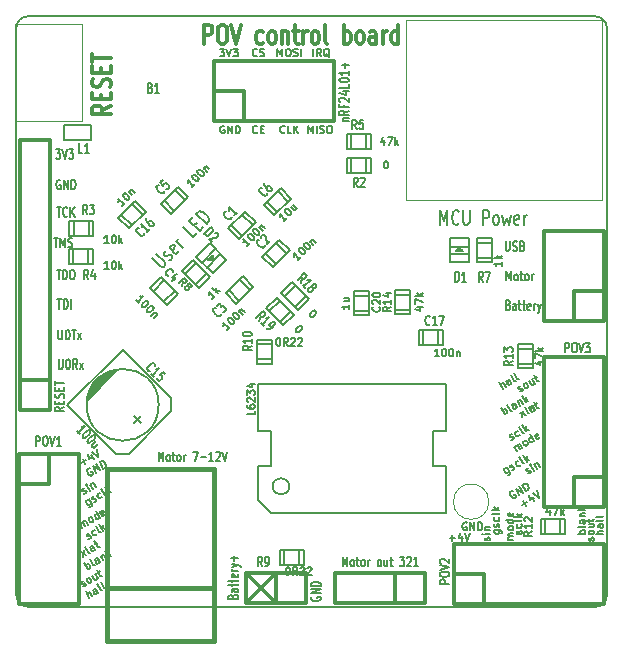
<source format=gto>
%FSLAX34Y34*%
G04 Gerber Fmt 3.4, Leading zero omitted, Abs format*
G04 (created by PCBNEW (2013-11-08 BZR 4448)-product) date 2013-12-08T10:58:15 CET*
%MOIN*%
G01*
G70*
G90*
G04 APERTURE LIST*
%ADD10C,0.005906*%
%ADD11C,0.005000*%
%ADD12C,0.006000*%
%ADD13C,0.012000*%
%ADD14C,0.008000*%
%ADD15C,0.001969*%
%ADD16C,0.002000*%
%ADD17C,0.003900*%
%ADD18C,0.007874*%
%ADD19C,0.015000*%
G04 APERTURE END LIST*
G54D10*
G54D11*
X40455Y-40878D02*
X40467Y-40854D01*
X40467Y-40807D01*
X40455Y-40783D01*
X40431Y-40771D01*
X40419Y-40771D01*
X40395Y-40783D01*
X40384Y-40807D01*
X40384Y-40842D01*
X40372Y-40866D01*
X40348Y-40878D01*
X40336Y-40878D01*
X40312Y-40866D01*
X40300Y-40842D01*
X40300Y-40807D01*
X40312Y-40783D01*
X40455Y-40557D02*
X40467Y-40580D01*
X40467Y-40628D01*
X40455Y-40652D01*
X40443Y-40664D01*
X40419Y-40676D01*
X40348Y-40676D01*
X40324Y-40664D01*
X40312Y-40652D01*
X40300Y-40628D01*
X40300Y-40580D01*
X40312Y-40557D01*
X40467Y-40414D02*
X40455Y-40438D01*
X40431Y-40449D01*
X40217Y-40449D01*
X40467Y-40319D02*
X40217Y-40319D01*
X40372Y-40295D02*
X40467Y-40223D01*
X40300Y-40223D02*
X40395Y-40319D01*
X34498Y-27118D02*
X34711Y-27118D01*
X34528Y-27118D02*
X34513Y-27107D01*
X34498Y-27084D01*
X34498Y-27050D01*
X34513Y-27027D01*
X34544Y-27016D01*
X34711Y-27016D01*
X34711Y-26764D02*
X34559Y-26844D01*
X34711Y-26901D02*
X34391Y-26901D01*
X34391Y-26810D01*
X34406Y-26787D01*
X34422Y-26776D01*
X34452Y-26764D01*
X34498Y-26764D01*
X34528Y-26776D01*
X34544Y-26787D01*
X34559Y-26810D01*
X34559Y-26901D01*
X34544Y-26581D02*
X34544Y-26661D01*
X34711Y-26661D02*
X34391Y-26661D01*
X34391Y-26547D01*
X34422Y-26467D02*
X34406Y-26456D01*
X34391Y-26433D01*
X34391Y-26376D01*
X34406Y-26353D01*
X34422Y-26341D01*
X34452Y-26330D01*
X34483Y-26330D01*
X34528Y-26341D01*
X34711Y-26478D01*
X34711Y-26330D01*
X34498Y-26124D02*
X34711Y-26124D01*
X34376Y-26181D02*
X34605Y-26238D01*
X34605Y-26090D01*
X34711Y-25884D02*
X34711Y-25998D01*
X34391Y-25998D01*
X34391Y-25758D02*
X34391Y-25736D01*
X34406Y-25713D01*
X34422Y-25701D01*
X34452Y-25690D01*
X34513Y-25678D01*
X34589Y-25678D01*
X34650Y-25690D01*
X34681Y-25701D01*
X34696Y-25713D01*
X34711Y-25736D01*
X34711Y-25758D01*
X34696Y-25781D01*
X34681Y-25793D01*
X34650Y-25804D01*
X34589Y-25816D01*
X34513Y-25816D01*
X34452Y-25804D01*
X34422Y-25793D01*
X34406Y-25781D01*
X34391Y-25758D01*
X34711Y-25450D02*
X34711Y-25587D01*
X34711Y-25518D02*
X34391Y-25518D01*
X34437Y-25541D01*
X34467Y-25564D01*
X34483Y-25587D01*
X34589Y-25347D02*
X34589Y-25164D01*
X34711Y-25256D02*
X34467Y-25256D01*
X39392Y-41092D02*
X39404Y-41068D01*
X39404Y-41020D01*
X39392Y-40997D01*
X39368Y-40985D01*
X39356Y-40985D01*
X39333Y-40997D01*
X39321Y-41020D01*
X39321Y-41056D01*
X39309Y-41080D01*
X39285Y-41092D01*
X39273Y-41092D01*
X39249Y-41080D01*
X39237Y-41056D01*
X39237Y-41020D01*
X39249Y-40997D01*
X39404Y-40878D02*
X39237Y-40878D01*
X39154Y-40878D02*
X39166Y-40889D01*
X39178Y-40878D01*
X39166Y-40866D01*
X39154Y-40878D01*
X39178Y-40878D01*
X39237Y-40758D02*
X39404Y-40758D01*
X39261Y-40758D02*
X39249Y-40747D01*
X39237Y-40723D01*
X39237Y-40687D01*
X39249Y-40663D01*
X39273Y-40651D01*
X39404Y-40651D01*
X39552Y-40754D02*
X39755Y-40754D01*
X39778Y-40766D01*
X39790Y-40778D01*
X39802Y-40802D01*
X39802Y-40837D01*
X39790Y-40861D01*
X39707Y-40754D02*
X39719Y-40778D01*
X39719Y-40825D01*
X39707Y-40849D01*
X39695Y-40861D01*
X39671Y-40873D01*
X39600Y-40873D01*
X39576Y-40861D01*
X39564Y-40849D01*
X39552Y-40825D01*
X39552Y-40778D01*
X39564Y-40754D01*
X39707Y-40647D02*
X39719Y-40623D01*
X39719Y-40575D01*
X39707Y-40552D01*
X39683Y-40540D01*
X39671Y-40540D01*
X39647Y-40552D01*
X39636Y-40575D01*
X39636Y-40611D01*
X39624Y-40635D01*
X39600Y-40647D01*
X39588Y-40647D01*
X39564Y-40635D01*
X39552Y-40611D01*
X39552Y-40575D01*
X39564Y-40552D01*
X39707Y-40325D02*
X39719Y-40349D01*
X39719Y-40397D01*
X39707Y-40421D01*
X39695Y-40433D01*
X39671Y-40444D01*
X39600Y-40444D01*
X39576Y-40433D01*
X39564Y-40421D01*
X39552Y-40397D01*
X39552Y-40349D01*
X39564Y-40325D01*
X39719Y-40183D02*
X39707Y-40206D01*
X39683Y-40218D01*
X39469Y-40218D01*
X39719Y-40087D02*
X39469Y-40087D01*
X39624Y-40064D02*
X39719Y-39992D01*
X39552Y-39992D02*
X39647Y-40087D01*
X40191Y-41070D02*
X40025Y-41070D01*
X40048Y-41070D02*
X40037Y-41058D01*
X40025Y-41034D01*
X40025Y-40998D01*
X40037Y-40975D01*
X40060Y-40963D01*
X40191Y-40963D01*
X40060Y-40963D02*
X40037Y-40951D01*
X40025Y-40927D01*
X40025Y-40891D01*
X40037Y-40868D01*
X40060Y-40856D01*
X40191Y-40856D01*
X40191Y-40701D02*
X40179Y-40725D01*
X40168Y-40737D01*
X40144Y-40748D01*
X40072Y-40748D01*
X40048Y-40737D01*
X40037Y-40725D01*
X40025Y-40701D01*
X40025Y-40665D01*
X40037Y-40641D01*
X40048Y-40629D01*
X40072Y-40618D01*
X40144Y-40618D01*
X40168Y-40629D01*
X40179Y-40641D01*
X40191Y-40665D01*
X40191Y-40701D01*
X40191Y-40403D02*
X39941Y-40403D01*
X40179Y-40403D02*
X40191Y-40427D01*
X40191Y-40475D01*
X40179Y-40498D01*
X40168Y-40510D01*
X40144Y-40522D01*
X40072Y-40522D01*
X40048Y-40510D01*
X40037Y-40498D01*
X40025Y-40475D01*
X40025Y-40427D01*
X40037Y-40403D01*
X40179Y-40189D02*
X40191Y-40213D01*
X40191Y-40260D01*
X40179Y-40284D01*
X40156Y-40296D01*
X40060Y-40296D01*
X40037Y-40284D01*
X40025Y-40260D01*
X40025Y-40213D01*
X40037Y-40189D01*
X40060Y-40177D01*
X40084Y-40177D01*
X40108Y-40296D01*
X42593Y-40879D02*
X42343Y-40879D01*
X42438Y-40879D02*
X42426Y-40855D01*
X42426Y-40808D01*
X42438Y-40784D01*
X42450Y-40772D01*
X42474Y-40760D01*
X42545Y-40760D01*
X42569Y-40772D01*
X42581Y-40784D01*
X42593Y-40808D01*
X42593Y-40855D01*
X42581Y-40879D01*
X42593Y-40617D02*
X42581Y-40641D01*
X42557Y-40653D01*
X42343Y-40653D01*
X42593Y-40415D02*
X42462Y-40415D01*
X42438Y-40427D01*
X42426Y-40450D01*
X42426Y-40498D01*
X42438Y-40522D01*
X42581Y-40415D02*
X42593Y-40439D01*
X42593Y-40498D01*
X42581Y-40522D01*
X42557Y-40534D01*
X42533Y-40534D01*
X42510Y-40522D01*
X42498Y-40498D01*
X42498Y-40439D01*
X42486Y-40415D01*
X42426Y-40296D02*
X42593Y-40296D01*
X42450Y-40296D02*
X42438Y-40284D01*
X42426Y-40260D01*
X42426Y-40224D01*
X42438Y-40200D01*
X42462Y-40189D01*
X42593Y-40189D01*
X42593Y-40069D02*
X42343Y-40069D01*
X42498Y-40046D02*
X42593Y-39974D01*
X42426Y-39974D02*
X42521Y-40069D01*
X42857Y-41099D02*
X42869Y-41075D01*
X42869Y-41027D01*
X42857Y-41003D01*
X42833Y-40992D01*
X42821Y-40992D01*
X42797Y-41003D01*
X42785Y-41027D01*
X42785Y-41063D01*
X42773Y-41087D01*
X42749Y-41099D01*
X42738Y-41099D01*
X42714Y-41087D01*
X42702Y-41063D01*
X42702Y-41027D01*
X42714Y-41003D01*
X42869Y-40849D02*
X42857Y-40873D01*
X42845Y-40884D01*
X42821Y-40896D01*
X42749Y-40896D01*
X42726Y-40884D01*
X42714Y-40873D01*
X42702Y-40849D01*
X42702Y-40813D01*
X42714Y-40789D01*
X42726Y-40777D01*
X42749Y-40765D01*
X42821Y-40765D01*
X42845Y-40777D01*
X42857Y-40789D01*
X42869Y-40813D01*
X42869Y-40849D01*
X42702Y-40551D02*
X42869Y-40551D01*
X42702Y-40658D02*
X42833Y-40658D01*
X42857Y-40646D01*
X42869Y-40623D01*
X42869Y-40587D01*
X42857Y-40563D01*
X42845Y-40551D01*
X42702Y-40468D02*
X42702Y-40373D01*
X42619Y-40432D02*
X42833Y-40432D01*
X42857Y-40420D01*
X42869Y-40396D01*
X42869Y-40373D01*
X43183Y-40888D02*
X42933Y-40888D01*
X43183Y-40781D02*
X43053Y-40781D01*
X43029Y-40792D01*
X43017Y-40816D01*
X43017Y-40852D01*
X43029Y-40876D01*
X43041Y-40888D01*
X43183Y-40554D02*
X43053Y-40554D01*
X43029Y-40566D01*
X43017Y-40590D01*
X43017Y-40638D01*
X43029Y-40661D01*
X43172Y-40554D02*
X43183Y-40578D01*
X43183Y-40638D01*
X43172Y-40661D01*
X43148Y-40673D01*
X43124Y-40673D01*
X43100Y-40661D01*
X43088Y-40638D01*
X43088Y-40578D01*
X43076Y-40554D01*
X43183Y-40400D02*
X43172Y-40423D01*
X43148Y-40435D01*
X42933Y-40435D01*
X43183Y-40269D02*
X43172Y-40292D01*
X43148Y-40304D01*
X42933Y-40304D01*
G54D12*
X41917Y-34829D02*
X41917Y-34509D01*
X42008Y-34509D01*
X42031Y-34525D01*
X42042Y-34540D01*
X42054Y-34570D01*
X42054Y-34616D01*
X42042Y-34646D01*
X42031Y-34662D01*
X42008Y-34677D01*
X41917Y-34677D01*
X42202Y-34509D02*
X42248Y-34509D01*
X42271Y-34525D01*
X42294Y-34555D01*
X42305Y-34616D01*
X42305Y-34723D01*
X42294Y-34784D01*
X42271Y-34814D01*
X42248Y-34829D01*
X42202Y-34829D01*
X42179Y-34814D01*
X42157Y-34784D01*
X42145Y-34723D01*
X42145Y-34616D01*
X42157Y-34555D01*
X42179Y-34525D01*
X42202Y-34509D01*
X42374Y-34509D02*
X42454Y-34829D01*
X42534Y-34509D01*
X42591Y-34509D02*
X42739Y-34509D01*
X42659Y-34631D01*
X42694Y-34631D01*
X42717Y-34646D01*
X42728Y-34662D01*
X42739Y-34692D01*
X42739Y-34768D01*
X42728Y-34799D01*
X42717Y-34814D01*
X42694Y-34829D01*
X42625Y-34829D01*
X42602Y-34814D01*
X42591Y-34799D01*
G54D11*
X39838Y-36034D02*
X39713Y-35817D01*
X39930Y-35980D02*
X39865Y-35867D01*
X39843Y-35852D01*
X39816Y-35854D01*
X39785Y-35871D01*
X39771Y-35894D01*
X39766Y-35910D01*
X40126Y-35867D02*
X40061Y-35754D01*
X40039Y-35739D01*
X40012Y-35741D01*
X39971Y-35764D01*
X39956Y-35787D01*
X40120Y-35857D02*
X40106Y-35879D01*
X40054Y-35909D01*
X40028Y-35910D01*
X40005Y-35896D01*
X39993Y-35875D01*
X39992Y-35848D01*
X40007Y-35826D01*
X40058Y-35796D01*
X40073Y-35774D01*
X40260Y-35790D02*
X40234Y-35791D01*
X40212Y-35777D01*
X40104Y-35591D01*
X40374Y-35724D02*
X40347Y-35726D01*
X40325Y-35711D01*
X40218Y-35525D01*
X40415Y-36129D02*
X40442Y-36127D01*
X40483Y-36103D01*
X40498Y-36081D01*
X40496Y-36055D01*
X40490Y-36044D01*
X40468Y-36030D01*
X40441Y-36031D01*
X40410Y-36049D01*
X40384Y-36051D01*
X40362Y-36036D01*
X40356Y-36026D01*
X40354Y-35999D01*
X40369Y-35977D01*
X40400Y-35959D01*
X40426Y-35958D01*
X40638Y-36014D02*
X40611Y-36016D01*
X40595Y-36011D01*
X40573Y-35997D01*
X40537Y-35935D01*
X40535Y-35908D01*
X40540Y-35892D01*
X40554Y-35870D01*
X40585Y-35852D01*
X40612Y-35850D01*
X40628Y-35855D01*
X40650Y-35869D01*
X40686Y-35931D01*
X40688Y-35958D01*
X40683Y-35974D01*
X40669Y-35996D01*
X40638Y-36014D01*
X40812Y-35721D02*
X40895Y-35865D01*
X40719Y-35775D02*
X40785Y-35888D01*
X40807Y-35903D01*
X40834Y-35901D01*
X40865Y-35883D01*
X40879Y-35861D01*
X40884Y-35845D01*
X40884Y-35679D02*
X40967Y-35632D01*
X40874Y-35589D02*
X40981Y-35775D01*
X41003Y-35790D01*
X41029Y-35788D01*
X41050Y-35776D01*
X39906Y-36895D02*
X39781Y-36679D01*
X39828Y-36761D02*
X39843Y-36739D01*
X39884Y-36715D01*
X39911Y-36714D01*
X39927Y-36718D01*
X39949Y-36733D01*
X39985Y-36795D01*
X39987Y-36821D01*
X39982Y-36838D01*
X39968Y-36860D01*
X39926Y-36884D01*
X39900Y-36885D01*
X40132Y-36765D02*
X40106Y-36766D01*
X40084Y-36751D01*
X39977Y-36566D01*
X40308Y-36663D02*
X40242Y-36550D01*
X40220Y-36535D01*
X40193Y-36537D01*
X40152Y-36561D01*
X40138Y-36583D01*
X40302Y-36653D02*
X40287Y-36675D01*
X40236Y-36705D01*
X40209Y-36707D01*
X40187Y-36692D01*
X40175Y-36671D01*
X40173Y-36645D01*
X40188Y-36623D01*
X40239Y-36593D01*
X40254Y-36571D01*
X40327Y-36459D02*
X40411Y-36604D01*
X40339Y-36480D02*
X40344Y-36464D01*
X40358Y-36442D01*
X40389Y-36424D01*
X40416Y-36422D01*
X40438Y-36437D01*
X40504Y-36550D01*
X40607Y-36491D02*
X40482Y-36274D01*
X40580Y-36396D02*
X40689Y-36443D01*
X40606Y-36299D02*
X40571Y-36429D01*
X40491Y-36987D02*
X40522Y-36778D01*
X40408Y-36843D02*
X40605Y-36922D01*
X40718Y-36857D02*
X40692Y-36858D01*
X40670Y-36843D01*
X40562Y-36658D01*
X40894Y-36755D02*
X40828Y-36642D01*
X40806Y-36627D01*
X40779Y-36629D01*
X40738Y-36653D01*
X40723Y-36675D01*
X40888Y-36745D02*
X40873Y-36767D01*
X40821Y-36797D01*
X40795Y-36799D01*
X40773Y-36784D01*
X40761Y-36763D01*
X40759Y-36737D01*
X40774Y-36715D01*
X40825Y-36685D01*
X40840Y-36663D01*
X40882Y-36569D02*
X40965Y-36522D01*
X40872Y-36479D02*
X40979Y-36665D01*
X41001Y-36680D01*
X41028Y-36678D01*
X41048Y-36666D01*
X40121Y-37731D02*
X40147Y-37730D01*
X40189Y-37706D01*
X40203Y-37684D01*
X40202Y-37657D01*
X40196Y-37647D01*
X40174Y-37632D01*
X40147Y-37634D01*
X40116Y-37651D01*
X40090Y-37653D01*
X40067Y-37638D01*
X40061Y-37628D01*
X40060Y-37601D01*
X40074Y-37579D01*
X40105Y-37561D01*
X40132Y-37560D01*
X40399Y-37570D02*
X40385Y-37593D01*
X40343Y-37616D01*
X40317Y-37618D01*
X40301Y-37614D01*
X40278Y-37599D01*
X40243Y-37537D01*
X40241Y-37511D01*
X40245Y-37494D01*
X40260Y-37472D01*
X40301Y-37448D01*
X40328Y-37447D01*
X40529Y-37509D02*
X40502Y-37511D01*
X40480Y-37496D01*
X40373Y-37311D01*
X40611Y-37462D02*
X40486Y-37245D01*
X40584Y-37367D02*
X40694Y-37414D01*
X40611Y-37270D02*
X40576Y-37400D01*
X40305Y-38113D02*
X40221Y-37969D01*
X40233Y-37989D02*
X40237Y-37973D01*
X40252Y-37951D01*
X40283Y-37933D01*
X40310Y-37931D01*
X40332Y-37946D01*
X40397Y-38059D01*
X40332Y-37946D02*
X40330Y-37919D01*
X40345Y-37897D01*
X40376Y-37879D01*
X40402Y-37878D01*
X40425Y-37892D01*
X40490Y-38006D01*
X40624Y-37928D02*
X40598Y-37930D01*
X40581Y-37926D01*
X40559Y-37911D01*
X40523Y-37849D01*
X40522Y-37823D01*
X40526Y-37806D01*
X40541Y-37784D01*
X40572Y-37766D01*
X40598Y-37765D01*
X40615Y-37769D01*
X40637Y-37784D01*
X40672Y-37846D01*
X40674Y-37872D01*
X40670Y-37888D01*
X40655Y-37911D01*
X40624Y-37928D01*
X40882Y-37780D02*
X40757Y-37563D01*
X40876Y-37769D02*
X40861Y-37792D01*
X40820Y-37815D01*
X40793Y-37817D01*
X40777Y-37813D01*
X40755Y-37798D01*
X40719Y-37736D01*
X40718Y-37709D01*
X40722Y-37693D01*
X40737Y-37671D01*
X40778Y-37647D01*
X40804Y-37646D01*
X41061Y-37662D02*
X41047Y-37684D01*
X41006Y-37708D01*
X40979Y-37710D01*
X40957Y-37695D01*
X40909Y-37613D01*
X40908Y-37586D01*
X40922Y-37564D01*
X40963Y-37540D01*
X40990Y-37538D01*
X41012Y-37553D01*
X41024Y-37574D01*
X40933Y-37654D01*
X39970Y-38657D02*
X40071Y-38832D01*
X40073Y-38859D01*
X40068Y-38875D01*
X40054Y-38897D01*
X40023Y-38915D01*
X39996Y-38917D01*
X40047Y-38791D02*
X40033Y-38813D01*
X39991Y-38837D01*
X39965Y-38839D01*
X39949Y-38834D01*
X39926Y-38820D01*
X39891Y-38758D01*
X39889Y-38731D01*
X39893Y-38715D01*
X39908Y-38693D01*
X39949Y-38669D01*
X39976Y-38667D01*
X40140Y-38738D02*
X40167Y-38736D01*
X40208Y-38712D01*
X40223Y-38690D01*
X40221Y-38663D01*
X40215Y-38653D01*
X40193Y-38638D01*
X40166Y-38640D01*
X40135Y-38658D01*
X40109Y-38659D01*
X40087Y-38645D01*
X40081Y-38634D01*
X40079Y-38608D01*
X40094Y-38586D01*
X40125Y-38568D01*
X40151Y-38566D01*
X40418Y-38577D02*
X40404Y-38599D01*
X40363Y-38623D01*
X40336Y-38624D01*
X40320Y-38620D01*
X40298Y-38605D01*
X40262Y-38544D01*
X40260Y-38517D01*
X40265Y-38501D01*
X40279Y-38479D01*
X40320Y-38455D01*
X40347Y-38453D01*
X40548Y-38516D02*
X40522Y-38517D01*
X40499Y-38503D01*
X40392Y-38317D01*
X40631Y-38468D02*
X40506Y-38252D01*
X40604Y-38374D02*
X40713Y-38421D01*
X40630Y-38276D02*
X40595Y-38406D01*
X40681Y-38862D02*
X40708Y-38860D01*
X40749Y-38836D01*
X40763Y-38814D01*
X40762Y-38787D01*
X40756Y-38777D01*
X40734Y-38762D01*
X40707Y-38764D01*
X40676Y-38782D01*
X40650Y-38784D01*
X40627Y-38769D01*
X40621Y-38759D01*
X40620Y-38732D01*
X40635Y-38710D01*
X40665Y-38692D01*
X40692Y-38690D01*
X40873Y-38765D02*
X40789Y-38620D01*
X40748Y-38548D02*
X40743Y-38565D01*
X40759Y-38569D01*
X40764Y-38553D01*
X40748Y-38548D01*
X40759Y-38569D01*
X40892Y-38561D02*
X40976Y-38705D01*
X40904Y-38582D02*
X40909Y-38565D01*
X40923Y-38543D01*
X40954Y-38525D01*
X40981Y-38524D01*
X41003Y-38538D01*
X41068Y-38652D01*
G54D12*
X24279Y-37940D02*
X24279Y-37620D01*
X24370Y-37620D01*
X24393Y-37635D01*
X24405Y-37650D01*
X24416Y-37680D01*
X24416Y-37726D01*
X24405Y-37757D01*
X24393Y-37772D01*
X24370Y-37787D01*
X24279Y-37787D01*
X24565Y-37620D02*
X24610Y-37620D01*
X24633Y-37635D01*
X24656Y-37665D01*
X24667Y-37726D01*
X24667Y-37833D01*
X24656Y-37894D01*
X24633Y-37924D01*
X24610Y-37940D01*
X24565Y-37940D01*
X24542Y-37924D01*
X24519Y-37894D01*
X24507Y-37833D01*
X24507Y-37726D01*
X24519Y-37665D01*
X24542Y-37635D01*
X24565Y-37620D01*
X24736Y-37620D02*
X24816Y-37940D01*
X24896Y-37620D01*
X25102Y-37940D02*
X24965Y-37940D01*
X25033Y-37940D02*
X25033Y-37620D01*
X25010Y-37665D01*
X24987Y-37696D01*
X24965Y-37711D01*
G54D11*
X26033Y-39720D02*
X26134Y-39895D01*
X26136Y-39922D01*
X26131Y-39938D01*
X26117Y-39960D01*
X26086Y-39978D01*
X26059Y-39980D01*
X26110Y-39854D02*
X26096Y-39876D01*
X26054Y-39900D01*
X26028Y-39902D01*
X26012Y-39897D01*
X25989Y-39883D01*
X25954Y-39821D01*
X25952Y-39794D01*
X25956Y-39778D01*
X25971Y-39756D01*
X26012Y-39732D01*
X26039Y-39730D01*
X26203Y-39801D02*
X26230Y-39799D01*
X26271Y-39775D01*
X26286Y-39753D01*
X26284Y-39726D01*
X26278Y-39716D01*
X26256Y-39701D01*
X26229Y-39703D01*
X26198Y-39721D01*
X26172Y-39722D01*
X26150Y-39708D01*
X26144Y-39697D01*
X26142Y-39671D01*
X26157Y-39649D01*
X26188Y-39631D01*
X26214Y-39629D01*
X26481Y-39640D02*
X26467Y-39662D01*
X26426Y-39686D01*
X26399Y-39687D01*
X26383Y-39683D01*
X26361Y-39668D01*
X26325Y-39607D01*
X26323Y-39580D01*
X26328Y-39564D01*
X26342Y-39542D01*
X26383Y-39518D01*
X26410Y-39516D01*
X26611Y-39579D02*
X26585Y-39580D01*
X26562Y-39566D01*
X26455Y-39380D01*
X26694Y-39531D02*
X26569Y-39315D01*
X26667Y-39437D02*
X26776Y-39484D01*
X26693Y-39339D02*
X26658Y-39469D01*
X25878Y-39531D02*
X25904Y-39529D01*
X25946Y-39506D01*
X25960Y-39483D01*
X25959Y-39457D01*
X25953Y-39446D01*
X25931Y-39432D01*
X25904Y-39433D01*
X25873Y-39451D01*
X25846Y-39453D01*
X25824Y-39438D01*
X25818Y-39428D01*
X25817Y-39401D01*
X25831Y-39379D01*
X25862Y-39361D01*
X25889Y-39360D01*
X26069Y-39434D02*
X25986Y-39290D01*
X25944Y-39218D02*
X25940Y-39234D01*
X25956Y-39238D01*
X25961Y-39222D01*
X25944Y-39218D01*
X25956Y-39238D01*
X26089Y-39230D02*
X26172Y-39375D01*
X26101Y-39251D02*
X26105Y-39235D01*
X26120Y-39212D01*
X26151Y-39195D01*
X26178Y-39193D01*
X26200Y-39208D01*
X26265Y-39321D01*
X26026Y-41038D02*
X26053Y-41037D01*
X26094Y-41013D01*
X26109Y-40991D01*
X26107Y-40964D01*
X26101Y-40954D01*
X26079Y-40939D01*
X26053Y-40941D01*
X26022Y-40959D01*
X25995Y-40960D01*
X25973Y-40945D01*
X25967Y-40935D01*
X25965Y-40909D01*
X25980Y-40886D01*
X26011Y-40868D01*
X26037Y-40867D01*
X26305Y-40878D02*
X26290Y-40900D01*
X26249Y-40924D01*
X26222Y-40925D01*
X26206Y-40921D01*
X26184Y-40906D01*
X26148Y-40844D01*
X26147Y-40818D01*
X26151Y-40801D01*
X26166Y-40779D01*
X26207Y-40755D01*
X26233Y-40754D01*
X26434Y-40816D02*
X26408Y-40818D01*
X26386Y-40803D01*
X26279Y-40618D01*
X26517Y-40769D02*
X26392Y-40552D01*
X26490Y-40674D02*
X26599Y-40721D01*
X26516Y-40577D02*
X26481Y-40707D01*
X25816Y-40672D02*
X25733Y-40528D01*
X25745Y-40548D02*
X25749Y-40532D01*
X25764Y-40510D01*
X25795Y-40492D01*
X25821Y-40490D01*
X25844Y-40505D01*
X25909Y-40618D01*
X25844Y-40505D02*
X25842Y-40478D01*
X25857Y-40456D01*
X25888Y-40438D01*
X25914Y-40437D01*
X25936Y-40451D01*
X26002Y-40565D01*
X26136Y-40487D02*
X26109Y-40489D01*
X26093Y-40485D01*
X26071Y-40470D01*
X26035Y-40408D01*
X26034Y-40382D01*
X26038Y-40365D01*
X26053Y-40343D01*
X26084Y-40325D01*
X26110Y-40324D01*
X26126Y-40328D01*
X26149Y-40343D01*
X26184Y-40405D01*
X26186Y-40431D01*
X26182Y-40447D01*
X26167Y-40470D01*
X26136Y-40487D01*
X26394Y-40339D02*
X26269Y-40122D01*
X26388Y-40328D02*
X26373Y-40351D01*
X26332Y-40374D01*
X26305Y-40376D01*
X26289Y-40372D01*
X26267Y-40357D01*
X26231Y-40295D01*
X26229Y-40269D01*
X26234Y-40252D01*
X26248Y-40230D01*
X26290Y-40206D01*
X26316Y-40205D01*
X26573Y-40221D02*
X26559Y-40243D01*
X26517Y-40267D01*
X26491Y-40269D01*
X26469Y-40254D01*
X26421Y-40172D01*
X26419Y-40145D01*
X26434Y-40123D01*
X26475Y-40099D01*
X26502Y-40098D01*
X26524Y-40112D01*
X26536Y-40133D01*
X26445Y-40213D01*
X26008Y-42053D02*
X25883Y-41836D01*
X25931Y-41919D02*
X25945Y-41897D01*
X25987Y-41873D01*
X26013Y-41871D01*
X26029Y-41876D01*
X26052Y-41890D01*
X26087Y-41952D01*
X26089Y-41979D01*
X26085Y-41995D01*
X26070Y-42017D01*
X26029Y-42041D01*
X26002Y-42043D01*
X26235Y-41922D02*
X26208Y-41924D01*
X26186Y-41909D01*
X26079Y-41723D01*
X26410Y-41821D02*
X26345Y-41707D01*
X26322Y-41693D01*
X26296Y-41694D01*
X26255Y-41718D01*
X26240Y-41740D01*
X26404Y-41810D02*
X26389Y-41833D01*
X26338Y-41862D01*
X26311Y-41864D01*
X26289Y-41849D01*
X26277Y-41829D01*
X26276Y-41802D01*
X26290Y-41780D01*
X26342Y-41750D01*
X26357Y-41728D01*
X26430Y-41617D02*
X26513Y-41761D01*
X26442Y-41638D02*
X26446Y-41621D01*
X26461Y-41599D01*
X26492Y-41581D01*
X26518Y-41580D01*
X26541Y-41594D01*
X26606Y-41708D01*
X26709Y-41648D02*
X26584Y-41432D01*
X26682Y-41554D02*
X26792Y-41601D01*
X26708Y-41456D02*
X26673Y-41586D01*
X25846Y-41633D02*
X25876Y-41423D01*
X25762Y-41489D02*
X25959Y-41568D01*
X26073Y-41502D02*
X26046Y-41504D01*
X26024Y-41489D01*
X25917Y-41304D01*
X26248Y-41401D02*
X26182Y-41288D01*
X26160Y-41273D01*
X26134Y-41275D01*
X26092Y-41298D01*
X26078Y-41321D01*
X26242Y-41391D02*
X26227Y-41413D01*
X26176Y-41443D01*
X26149Y-41444D01*
X26127Y-41430D01*
X26115Y-41409D01*
X26113Y-41382D01*
X26128Y-41360D01*
X26180Y-41330D01*
X26194Y-41308D01*
X26237Y-41215D02*
X26319Y-41167D01*
X26226Y-41125D02*
X26333Y-41311D01*
X26355Y-41325D01*
X26382Y-41324D01*
X26403Y-41312D01*
X26058Y-43002D02*
X25933Y-42786D01*
X26151Y-42949D02*
X26085Y-42835D01*
X26063Y-42821D01*
X26037Y-42822D01*
X26006Y-42840D01*
X25991Y-42862D01*
X25987Y-42878D01*
X26347Y-42835D02*
X26281Y-42722D01*
X26259Y-42707D01*
X26233Y-42709D01*
X26191Y-42733D01*
X26177Y-42755D01*
X26341Y-42825D02*
X26326Y-42847D01*
X26275Y-42877D01*
X26248Y-42879D01*
X26226Y-42864D01*
X26214Y-42843D01*
X26212Y-42817D01*
X26227Y-42795D01*
X26279Y-42765D01*
X26293Y-42743D01*
X26481Y-42758D02*
X26454Y-42760D01*
X26432Y-42745D01*
X26325Y-42559D01*
X26594Y-42693D02*
X26568Y-42694D01*
X26545Y-42680D01*
X26438Y-42494D01*
X25848Y-42625D02*
X25875Y-42623D01*
X25916Y-42600D01*
X25931Y-42577D01*
X25929Y-42551D01*
X25923Y-42540D01*
X25901Y-42526D01*
X25874Y-42527D01*
X25844Y-42545D01*
X25817Y-42547D01*
X25795Y-42532D01*
X25789Y-42522D01*
X25787Y-42495D01*
X25802Y-42473D01*
X25833Y-42455D01*
X25859Y-42454D01*
X26071Y-42510D02*
X26044Y-42512D01*
X26028Y-42507D01*
X26006Y-42493D01*
X25970Y-42431D01*
X25968Y-42404D01*
X25973Y-42388D01*
X25987Y-42366D01*
X26018Y-42348D01*
X26045Y-42346D01*
X26061Y-42351D01*
X26083Y-42365D01*
X26119Y-42427D01*
X26121Y-42454D01*
X26116Y-42470D01*
X26102Y-42492D01*
X26071Y-42510D01*
X26245Y-42217D02*
X26329Y-42361D01*
X26152Y-42271D02*
X26218Y-42384D01*
X26240Y-42399D01*
X26267Y-42397D01*
X26298Y-42379D01*
X26312Y-42357D01*
X26317Y-42341D01*
X26317Y-42175D02*
X26400Y-42128D01*
X26307Y-42085D02*
X26414Y-42271D01*
X26436Y-42286D01*
X26463Y-42284D01*
X26483Y-42272D01*
X31657Y-27490D02*
X31645Y-27502D01*
X31609Y-27514D01*
X31585Y-27514D01*
X31550Y-27502D01*
X31526Y-27478D01*
X31514Y-27455D01*
X31502Y-27407D01*
X31502Y-27371D01*
X31514Y-27324D01*
X31526Y-27300D01*
X31550Y-27276D01*
X31585Y-27264D01*
X31609Y-27264D01*
X31645Y-27276D01*
X31657Y-27288D01*
X31764Y-27383D02*
X31847Y-27383D01*
X31883Y-27514D02*
X31764Y-27514D01*
X31764Y-27264D01*
X31883Y-27264D01*
X32567Y-27490D02*
X32555Y-27502D01*
X32520Y-27514D01*
X32496Y-27514D01*
X32460Y-27502D01*
X32436Y-27478D01*
X32424Y-27455D01*
X32412Y-27407D01*
X32412Y-27371D01*
X32424Y-27324D01*
X32436Y-27300D01*
X32460Y-27276D01*
X32496Y-27264D01*
X32520Y-27264D01*
X32555Y-27276D01*
X32567Y-27288D01*
X32793Y-27514D02*
X32674Y-27514D01*
X32674Y-27264D01*
X32877Y-27514D02*
X32877Y-27264D01*
X33020Y-27514D02*
X32912Y-27371D01*
X33020Y-27264D02*
X32877Y-27407D01*
X33347Y-27514D02*
X33347Y-27264D01*
X33430Y-27443D01*
X33513Y-27264D01*
X33513Y-27514D01*
X33633Y-27514D02*
X33633Y-27264D01*
X33740Y-27502D02*
X33775Y-27514D01*
X33835Y-27514D01*
X33859Y-27502D01*
X33871Y-27490D01*
X33883Y-27467D01*
X33883Y-27443D01*
X33871Y-27419D01*
X33859Y-27407D01*
X33835Y-27395D01*
X33787Y-27383D01*
X33763Y-27371D01*
X33752Y-27359D01*
X33740Y-27336D01*
X33740Y-27312D01*
X33752Y-27288D01*
X33763Y-27276D01*
X33787Y-27264D01*
X33847Y-27264D01*
X33883Y-27276D01*
X34037Y-27264D02*
X34085Y-27264D01*
X34109Y-27276D01*
X34133Y-27300D01*
X34144Y-27348D01*
X34144Y-27431D01*
X34133Y-27478D01*
X34109Y-27502D01*
X34085Y-27514D01*
X34037Y-27514D01*
X34013Y-27502D01*
X33990Y-27478D01*
X33978Y-27431D01*
X33978Y-27348D01*
X33990Y-27300D01*
X34013Y-27276D01*
X34037Y-27264D01*
X33523Y-24955D02*
X33523Y-24705D01*
X33785Y-24955D02*
X33702Y-24836D01*
X33642Y-24955D02*
X33642Y-24705D01*
X33737Y-24705D01*
X33761Y-24717D01*
X33773Y-24729D01*
X33785Y-24753D01*
X33785Y-24788D01*
X33773Y-24812D01*
X33761Y-24824D01*
X33737Y-24836D01*
X33642Y-24836D01*
X34059Y-24979D02*
X34035Y-24967D01*
X34011Y-24943D01*
X33975Y-24907D01*
X33952Y-24896D01*
X33928Y-24896D01*
X33940Y-24955D02*
X33916Y-24943D01*
X33892Y-24919D01*
X33880Y-24872D01*
X33880Y-24788D01*
X33892Y-24741D01*
X33916Y-24717D01*
X33940Y-24705D01*
X33987Y-24705D01*
X34011Y-24717D01*
X34035Y-24741D01*
X34047Y-24788D01*
X34047Y-24872D01*
X34035Y-24919D01*
X34011Y-24943D01*
X33987Y-24955D01*
X33940Y-24955D01*
X32323Y-24955D02*
X32323Y-24705D01*
X32407Y-24884D01*
X32490Y-24705D01*
X32490Y-24955D01*
X32657Y-24705D02*
X32704Y-24705D01*
X32728Y-24717D01*
X32752Y-24741D01*
X32764Y-24788D01*
X32764Y-24872D01*
X32752Y-24919D01*
X32728Y-24943D01*
X32704Y-24955D01*
X32657Y-24955D01*
X32633Y-24943D01*
X32609Y-24919D01*
X32597Y-24872D01*
X32597Y-24788D01*
X32609Y-24741D01*
X32633Y-24717D01*
X32657Y-24705D01*
X32859Y-24943D02*
X32895Y-24955D01*
X32954Y-24955D01*
X32978Y-24943D01*
X32990Y-24931D01*
X33002Y-24907D01*
X33002Y-24884D01*
X32990Y-24860D01*
X32978Y-24848D01*
X32954Y-24836D01*
X32907Y-24824D01*
X32883Y-24812D01*
X32871Y-24800D01*
X32859Y-24777D01*
X32859Y-24753D01*
X32871Y-24729D01*
X32883Y-24717D01*
X32907Y-24705D01*
X32966Y-24705D01*
X33002Y-24717D01*
X33109Y-24955D02*
X33109Y-24705D01*
X31651Y-24931D02*
X31639Y-24943D01*
X31603Y-24955D01*
X31579Y-24955D01*
X31544Y-24943D01*
X31520Y-24919D01*
X31508Y-24896D01*
X31496Y-24848D01*
X31496Y-24812D01*
X31508Y-24765D01*
X31520Y-24741D01*
X31544Y-24717D01*
X31579Y-24705D01*
X31603Y-24705D01*
X31639Y-24717D01*
X31651Y-24729D01*
X31746Y-24943D02*
X31782Y-24955D01*
X31841Y-24955D01*
X31865Y-24943D01*
X31877Y-24931D01*
X31889Y-24907D01*
X31889Y-24884D01*
X31877Y-24860D01*
X31865Y-24848D01*
X31841Y-24836D01*
X31794Y-24824D01*
X31770Y-24812D01*
X31758Y-24800D01*
X31746Y-24777D01*
X31746Y-24753D01*
X31758Y-24729D01*
X31770Y-24717D01*
X31794Y-24705D01*
X31853Y-24705D01*
X31889Y-24717D01*
X30557Y-27276D02*
X30533Y-27264D01*
X30498Y-27264D01*
X30462Y-27276D01*
X30438Y-27300D01*
X30426Y-27324D01*
X30414Y-27371D01*
X30414Y-27407D01*
X30426Y-27455D01*
X30438Y-27478D01*
X30462Y-27502D01*
X30498Y-27514D01*
X30521Y-27514D01*
X30557Y-27502D01*
X30569Y-27490D01*
X30569Y-27407D01*
X30521Y-27407D01*
X30676Y-27514D02*
X30676Y-27264D01*
X30819Y-27514D01*
X30819Y-27264D01*
X30938Y-27514D02*
X30938Y-27264D01*
X30998Y-27264D01*
X31033Y-27276D01*
X31057Y-27300D01*
X31069Y-27324D01*
X31081Y-27371D01*
X31081Y-27407D01*
X31069Y-27455D01*
X31057Y-27478D01*
X31033Y-27502D01*
X30998Y-27514D01*
X30938Y-27514D01*
X30399Y-24705D02*
X30553Y-24705D01*
X30470Y-24800D01*
X30506Y-24800D01*
X30530Y-24812D01*
X30541Y-24824D01*
X30553Y-24848D01*
X30553Y-24907D01*
X30541Y-24931D01*
X30530Y-24943D01*
X30506Y-24955D01*
X30434Y-24955D01*
X30411Y-24943D01*
X30399Y-24931D01*
X30625Y-24705D02*
X30708Y-24955D01*
X30791Y-24705D01*
X30851Y-24705D02*
X31006Y-24705D01*
X30922Y-24800D01*
X30958Y-24800D01*
X30982Y-24812D01*
X30994Y-24824D01*
X31006Y-24848D01*
X31006Y-24907D01*
X30994Y-24931D01*
X30982Y-24943D01*
X30958Y-24955D01*
X30887Y-24955D01*
X30863Y-24943D01*
X30851Y-24931D01*
X26071Y-38687D02*
X26045Y-38689D01*
X26014Y-38707D01*
X25989Y-38735D01*
X25980Y-38767D01*
X25982Y-38794D01*
X25995Y-38841D01*
X26013Y-38872D01*
X26047Y-38907D01*
X26069Y-38922D01*
X26102Y-38931D01*
X26139Y-38923D01*
X26159Y-38911D01*
X26184Y-38883D01*
X26189Y-38867D01*
X26147Y-38795D01*
X26106Y-38819D01*
X26293Y-38834D02*
X26168Y-38617D01*
X26417Y-38763D01*
X26292Y-38546D01*
X26520Y-38703D02*
X26395Y-38486D01*
X26447Y-38457D01*
X26484Y-38449D01*
X26516Y-38458D01*
X26538Y-38473D01*
X26573Y-38508D01*
X26590Y-38539D01*
X26604Y-38586D01*
X26605Y-38613D01*
X26597Y-38645D01*
X26572Y-38673D01*
X26520Y-38703D01*
X25793Y-38522D02*
X25958Y-38427D01*
X25923Y-38557D02*
X25828Y-38392D01*
X26118Y-38252D02*
X26202Y-38396D01*
X26019Y-38199D02*
X26057Y-38384D01*
X26191Y-38306D01*
X26159Y-38132D02*
X26356Y-38307D01*
X26303Y-38049D01*
X40166Y-39435D02*
X40139Y-39437D01*
X40108Y-39455D01*
X40083Y-39483D01*
X40075Y-39515D01*
X40076Y-39542D01*
X40090Y-39589D01*
X40108Y-39620D01*
X40142Y-39655D01*
X40164Y-39670D01*
X40196Y-39679D01*
X40233Y-39671D01*
X40254Y-39659D01*
X40279Y-39631D01*
X40283Y-39615D01*
X40242Y-39543D01*
X40200Y-39567D01*
X40388Y-39582D02*
X40263Y-39365D01*
X40512Y-39511D01*
X40387Y-39294D01*
X40615Y-39451D02*
X40490Y-39235D01*
X40541Y-39205D01*
X40578Y-39197D01*
X40611Y-39206D01*
X40633Y-39221D01*
X40667Y-39256D01*
X40685Y-39287D01*
X40698Y-39334D01*
X40700Y-39361D01*
X40691Y-39393D01*
X40666Y-39421D01*
X40615Y-39451D01*
X40478Y-39900D02*
X40643Y-39805D01*
X40608Y-39935D02*
X40513Y-39770D01*
X40803Y-39630D02*
X40887Y-39774D01*
X40704Y-39577D02*
X40742Y-39762D01*
X40876Y-39684D01*
X40844Y-39510D02*
X41041Y-39685D01*
X40988Y-39427D01*
X38628Y-40504D02*
X38604Y-40493D01*
X38568Y-40493D01*
X38533Y-40504D01*
X38509Y-40528D01*
X38497Y-40552D01*
X38485Y-40600D01*
X38485Y-40635D01*
X38497Y-40683D01*
X38509Y-40707D01*
X38533Y-40731D01*
X38568Y-40743D01*
X38592Y-40743D01*
X38628Y-40731D01*
X38640Y-40719D01*
X38640Y-40635D01*
X38592Y-40635D01*
X38747Y-40743D02*
X38747Y-40493D01*
X38890Y-40743D01*
X38890Y-40493D01*
X39009Y-40743D02*
X39009Y-40493D01*
X39068Y-40493D01*
X39104Y-40504D01*
X39128Y-40528D01*
X39140Y-40552D01*
X39152Y-40600D01*
X39152Y-40635D01*
X39140Y-40683D01*
X39128Y-40707D01*
X39104Y-40731D01*
X39068Y-40743D01*
X39009Y-40743D01*
X38064Y-41002D02*
X38254Y-41002D01*
X38159Y-41097D02*
X38159Y-40906D01*
X38481Y-40930D02*
X38481Y-41097D01*
X38421Y-40835D02*
X38362Y-41014D01*
X38516Y-41014D01*
X38576Y-40847D02*
X38659Y-41097D01*
X38742Y-40847D01*
G54D12*
X38058Y-42531D02*
X37738Y-42531D01*
X37738Y-42440D01*
X37753Y-42417D01*
X37768Y-42405D01*
X37799Y-42394D01*
X37844Y-42394D01*
X37875Y-42405D01*
X37890Y-42417D01*
X37905Y-42440D01*
X37905Y-42531D01*
X37738Y-42245D02*
X37738Y-42200D01*
X37753Y-42177D01*
X37783Y-42154D01*
X37844Y-42143D01*
X37951Y-42143D01*
X38012Y-42154D01*
X38042Y-42177D01*
X38058Y-42200D01*
X38058Y-42245D01*
X38042Y-42268D01*
X38012Y-42291D01*
X37951Y-42303D01*
X37844Y-42303D01*
X37783Y-42291D01*
X37753Y-42268D01*
X37738Y-42245D01*
X37738Y-42074D02*
X38058Y-41994D01*
X37738Y-41914D01*
X37768Y-41845D02*
X37753Y-41834D01*
X37738Y-41811D01*
X37738Y-41754D01*
X37753Y-41731D01*
X37768Y-41720D01*
X37799Y-41708D01*
X37829Y-41708D01*
X37875Y-41720D01*
X38058Y-41857D01*
X38058Y-41708D01*
X34496Y-41955D02*
X34496Y-41635D01*
X34576Y-41864D01*
X34656Y-41635D01*
X34656Y-41955D01*
X34805Y-41955D02*
X34782Y-41940D01*
X34770Y-41925D01*
X34759Y-41894D01*
X34759Y-41803D01*
X34770Y-41772D01*
X34782Y-41757D01*
X34805Y-41742D01*
X34839Y-41742D01*
X34862Y-41757D01*
X34873Y-41772D01*
X34885Y-41803D01*
X34885Y-41894D01*
X34873Y-41925D01*
X34862Y-41940D01*
X34839Y-41955D01*
X34805Y-41955D01*
X34953Y-41742D02*
X35045Y-41742D01*
X34988Y-41635D02*
X34988Y-41910D01*
X34999Y-41940D01*
X35022Y-41955D01*
X35045Y-41955D01*
X35159Y-41955D02*
X35136Y-41940D01*
X35125Y-41925D01*
X35113Y-41894D01*
X35113Y-41803D01*
X35125Y-41772D01*
X35136Y-41757D01*
X35159Y-41742D01*
X35193Y-41742D01*
X35216Y-41757D01*
X35228Y-41772D01*
X35239Y-41803D01*
X35239Y-41894D01*
X35228Y-41925D01*
X35216Y-41940D01*
X35193Y-41955D01*
X35159Y-41955D01*
X35342Y-41955D02*
X35342Y-41742D01*
X35342Y-41803D02*
X35353Y-41772D01*
X35365Y-41757D01*
X35388Y-41742D01*
X35410Y-41742D01*
X35708Y-41955D02*
X35685Y-41940D01*
X35673Y-41925D01*
X35662Y-41894D01*
X35662Y-41803D01*
X35673Y-41772D01*
X35685Y-41757D01*
X35708Y-41742D01*
X35742Y-41742D01*
X35765Y-41757D01*
X35776Y-41772D01*
X35788Y-41803D01*
X35788Y-41894D01*
X35776Y-41925D01*
X35765Y-41940D01*
X35742Y-41955D01*
X35708Y-41955D01*
X35993Y-41742D02*
X35993Y-41955D01*
X35890Y-41742D02*
X35890Y-41910D01*
X35902Y-41940D01*
X35925Y-41955D01*
X35959Y-41955D01*
X35982Y-41940D01*
X35993Y-41925D01*
X36073Y-41742D02*
X36165Y-41742D01*
X36108Y-41635D02*
X36108Y-41910D01*
X36119Y-41940D01*
X36142Y-41955D01*
X36165Y-41955D01*
X36405Y-41635D02*
X36553Y-41635D01*
X36473Y-41757D01*
X36508Y-41757D01*
X36530Y-41772D01*
X36542Y-41788D01*
X36553Y-41818D01*
X36553Y-41894D01*
X36542Y-41925D01*
X36530Y-41940D01*
X36508Y-41955D01*
X36439Y-41955D01*
X36416Y-41940D01*
X36405Y-41925D01*
X36645Y-41666D02*
X36656Y-41651D01*
X36679Y-41635D01*
X36736Y-41635D01*
X36759Y-41651D01*
X36770Y-41666D01*
X36782Y-41696D01*
X36782Y-41727D01*
X36770Y-41772D01*
X36633Y-41955D01*
X36782Y-41955D01*
X37010Y-41955D02*
X36873Y-41955D01*
X36942Y-41955D02*
X36942Y-41635D01*
X36919Y-41681D01*
X36896Y-41711D01*
X36873Y-41727D01*
X25223Y-36647D02*
X25071Y-36727D01*
X25223Y-36784D02*
X24903Y-36784D01*
X24903Y-36693D01*
X24918Y-36670D01*
X24933Y-36659D01*
X24964Y-36647D01*
X25010Y-36647D01*
X25040Y-36659D01*
X25055Y-36670D01*
X25071Y-36693D01*
X25071Y-36784D01*
X25055Y-36544D02*
X25055Y-36464D01*
X25223Y-36430D02*
X25223Y-36544D01*
X24903Y-36544D01*
X24903Y-36430D01*
X25208Y-36339D02*
X25223Y-36304D01*
X25223Y-36247D01*
X25208Y-36224D01*
X25193Y-36213D01*
X25162Y-36202D01*
X25132Y-36202D01*
X25101Y-36213D01*
X25086Y-36224D01*
X25071Y-36247D01*
X25055Y-36293D01*
X25040Y-36316D01*
X25025Y-36327D01*
X24994Y-36339D01*
X24964Y-36339D01*
X24933Y-36327D01*
X24918Y-36316D01*
X24903Y-36293D01*
X24903Y-36236D01*
X24918Y-36202D01*
X25055Y-36099D02*
X25055Y-36019D01*
X25223Y-35984D02*
X25223Y-36099D01*
X24903Y-36099D01*
X24903Y-35984D01*
X24903Y-35916D02*
X24903Y-35779D01*
X25223Y-35847D02*
X24903Y-35847D01*
X25033Y-35060D02*
X25033Y-35320D01*
X25044Y-35350D01*
X25055Y-35365D01*
X25078Y-35380D01*
X25124Y-35380D01*
X25147Y-35365D01*
X25158Y-35350D01*
X25170Y-35320D01*
X25170Y-35060D01*
X25330Y-35060D02*
X25353Y-35060D01*
X25375Y-35076D01*
X25387Y-35091D01*
X25398Y-35121D01*
X25410Y-35182D01*
X25410Y-35259D01*
X25398Y-35320D01*
X25387Y-35350D01*
X25375Y-35365D01*
X25353Y-35380D01*
X25330Y-35380D01*
X25307Y-35365D01*
X25295Y-35350D01*
X25284Y-35320D01*
X25273Y-35259D01*
X25273Y-35182D01*
X25284Y-35121D01*
X25295Y-35091D01*
X25307Y-35076D01*
X25330Y-35060D01*
X25650Y-35380D02*
X25570Y-35228D01*
X25513Y-35380D02*
X25513Y-35060D01*
X25604Y-35060D01*
X25627Y-35076D01*
X25638Y-35091D01*
X25650Y-35121D01*
X25650Y-35167D01*
X25638Y-35198D01*
X25627Y-35213D01*
X25604Y-35228D01*
X25513Y-35228D01*
X25730Y-35380D02*
X25855Y-35167D01*
X25730Y-35167D02*
X25855Y-35380D01*
X25022Y-34076D02*
X25022Y-34335D01*
X25033Y-34366D01*
X25045Y-34381D01*
X25067Y-34396D01*
X25113Y-34396D01*
X25136Y-34381D01*
X25147Y-34366D01*
X25159Y-34335D01*
X25159Y-34076D01*
X25319Y-34076D02*
X25342Y-34076D01*
X25365Y-34091D01*
X25376Y-34107D01*
X25387Y-34137D01*
X25399Y-34198D01*
X25399Y-34274D01*
X25387Y-34335D01*
X25376Y-34366D01*
X25365Y-34381D01*
X25342Y-34396D01*
X25319Y-34396D01*
X25296Y-34381D01*
X25285Y-34366D01*
X25273Y-34335D01*
X25262Y-34274D01*
X25262Y-34198D01*
X25273Y-34137D01*
X25285Y-34107D01*
X25296Y-34091D01*
X25319Y-34076D01*
X25467Y-34076D02*
X25605Y-34076D01*
X25536Y-34396D02*
X25536Y-34076D01*
X25662Y-34396D02*
X25787Y-34183D01*
X25662Y-34183D02*
X25787Y-34396D01*
X24990Y-33053D02*
X25127Y-33053D01*
X25059Y-33373D02*
X25059Y-33053D01*
X25207Y-33373D02*
X25207Y-33053D01*
X25264Y-33053D01*
X25299Y-33068D01*
X25321Y-33098D01*
X25333Y-33129D01*
X25344Y-33190D01*
X25344Y-33235D01*
X25333Y-33296D01*
X25321Y-33327D01*
X25299Y-33357D01*
X25264Y-33373D01*
X25207Y-33373D01*
X25447Y-33373D02*
X25447Y-33053D01*
X24961Y-32068D02*
X25098Y-32068D01*
X25029Y-32388D02*
X25029Y-32068D01*
X25178Y-32388D02*
X25178Y-32068D01*
X25235Y-32068D01*
X25269Y-32084D01*
X25292Y-32114D01*
X25304Y-32145D01*
X25315Y-32205D01*
X25315Y-32251D01*
X25304Y-32312D01*
X25292Y-32343D01*
X25269Y-32373D01*
X25235Y-32388D01*
X25178Y-32388D01*
X25464Y-32068D02*
X25509Y-32068D01*
X25532Y-32084D01*
X25555Y-32114D01*
X25567Y-32175D01*
X25567Y-32282D01*
X25555Y-32343D01*
X25532Y-32373D01*
X25509Y-32388D01*
X25464Y-32388D01*
X25441Y-32373D01*
X25418Y-32343D01*
X25407Y-32282D01*
X25407Y-32175D01*
X25418Y-32114D01*
X25441Y-32084D01*
X25464Y-32068D01*
X24876Y-31005D02*
X25013Y-31005D01*
X24945Y-31325D02*
X24945Y-31005D01*
X25093Y-31325D02*
X25093Y-31005D01*
X25173Y-31234D01*
X25253Y-31005D01*
X25253Y-31325D01*
X25356Y-31310D02*
X25391Y-31325D01*
X25448Y-31325D01*
X25471Y-31310D01*
X25482Y-31295D01*
X25493Y-31264D01*
X25493Y-31234D01*
X25482Y-31203D01*
X25471Y-31188D01*
X25448Y-31173D01*
X25402Y-31158D01*
X25379Y-31143D01*
X25368Y-31127D01*
X25356Y-31097D01*
X25356Y-31066D01*
X25368Y-31036D01*
X25379Y-31021D01*
X25402Y-31005D01*
X25459Y-31005D01*
X25493Y-31021D01*
X24967Y-29982D02*
X25104Y-29982D01*
X25035Y-30302D02*
X25035Y-29982D01*
X25321Y-30271D02*
X25309Y-30287D01*
X25275Y-30302D01*
X25252Y-30302D01*
X25218Y-30287D01*
X25195Y-30256D01*
X25184Y-30226D01*
X25172Y-30165D01*
X25172Y-30119D01*
X25184Y-30058D01*
X25195Y-30027D01*
X25218Y-29997D01*
X25252Y-29982D01*
X25275Y-29982D01*
X25309Y-29997D01*
X25321Y-30012D01*
X25424Y-30302D02*
X25424Y-29982D01*
X25561Y-30302D02*
X25458Y-30119D01*
X25561Y-29982D02*
X25424Y-30165D01*
X25092Y-29091D02*
X25069Y-29076D01*
X25035Y-29076D01*
X25001Y-29091D01*
X24978Y-29122D01*
X24967Y-29152D01*
X24955Y-29213D01*
X24955Y-29259D01*
X24967Y-29320D01*
X24978Y-29351D01*
X25001Y-29381D01*
X25035Y-29396D01*
X25058Y-29396D01*
X25092Y-29381D01*
X25104Y-29366D01*
X25104Y-29259D01*
X25058Y-29259D01*
X25207Y-29396D02*
X25207Y-29076D01*
X25344Y-29396D01*
X25344Y-29076D01*
X25458Y-29396D02*
X25458Y-29076D01*
X25515Y-29076D01*
X25549Y-29091D01*
X25572Y-29122D01*
X25584Y-29152D01*
X25595Y-29213D01*
X25595Y-29259D01*
X25584Y-29320D01*
X25572Y-29351D01*
X25549Y-29381D01*
X25515Y-29396D01*
X25458Y-29396D01*
X24939Y-28053D02*
X25087Y-28053D01*
X25007Y-28175D01*
X25041Y-28175D01*
X25064Y-28190D01*
X25076Y-28205D01*
X25087Y-28235D01*
X25087Y-28312D01*
X25076Y-28342D01*
X25064Y-28357D01*
X25041Y-28373D01*
X24973Y-28373D01*
X24950Y-28357D01*
X24939Y-28342D01*
X25156Y-28053D02*
X25236Y-28373D01*
X25316Y-28053D01*
X25373Y-28053D02*
X25521Y-28053D01*
X25441Y-28175D01*
X25476Y-28175D01*
X25499Y-28190D01*
X25510Y-28205D01*
X25521Y-28235D01*
X25521Y-28312D01*
X25510Y-28342D01*
X25499Y-28357D01*
X25476Y-28373D01*
X25407Y-28373D01*
X25384Y-28357D01*
X25373Y-28342D01*
G54D13*
X29875Y-24541D02*
X29875Y-23901D01*
X30058Y-23901D01*
X30104Y-23931D01*
X30127Y-23962D01*
X30150Y-24023D01*
X30150Y-24114D01*
X30127Y-24175D01*
X30104Y-24206D01*
X30058Y-24236D01*
X29875Y-24236D01*
X30447Y-23901D02*
X30538Y-23901D01*
X30584Y-23931D01*
X30630Y-23992D01*
X30653Y-24114D01*
X30653Y-24328D01*
X30630Y-24450D01*
X30584Y-24511D01*
X30538Y-24541D01*
X30447Y-24541D01*
X30401Y-24511D01*
X30355Y-24450D01*
X30333Y-24328D01*
X30333Y-24114D01*
X30355Y-23992D01*
X30401Y-23931D01*
X30447Y-23901D01*
X30790Y-23901D02*
X30950Y-24541D01*
X31110Y-23901D01*
X31841Y-24511D02*
X31795Y-24541D01*
X31704Y-24541D01*
X31658Y-24511D01*
X31635Y-24480D01*
X31613Y-24419D01*
X31613Y-24236D01*
X31635Y-24175D01*
X31658Y-24145D01*
X31704Y-24114D01*
X31795Y-24114D01*
X31841Y-24145D01*
X32115Y-24541D02*
X32070Y-24511D01*
X32047Y-24480D01*
X32024Y-24419D01*
X32024Y-24236D01*
X32047Y-24175D01*
X32070Y-24145D01*
X32115Y-24114D01*
X32184Y-24114D01*
X32230Y-24145D01*
X32253Y-24175D01*
X32275Y-24236D01*
X32275Y-24419D01*
X32253Y-24480D01*
X32230Y-24511D01*
X32184Y-24541D01*
X32115Y-24541D01*
X32481Y-24114D02*
X32481Y-24541D01*
X32481Y-24175D02*
X32504Y-24145D01*
X32550Y-24114D01*
X32618Y-24114D01*
X32664Y-24145D01*
X32687Y-24206D01*
X32687Y-24541D01*
X32847Y-24114D02*
X33030Y-24114D01*
X32915Y-23901D02*
X32915Y-24450D01*
X32938Y-24511D01*
X32984Y-24541D01*
X33030Y-24541D01*
X33190Y-24541D02*
X33190Y-24114D01*
X33190Y-24236D02*
X33213Y-24175D01*
X33235Y-24145D01*
X33281Y-24114D01*
X33327Y-24114D01*
X33555Y-24541D02*
X33510Y-24511D01*
X33487Y-24480D01*
X33464Y-24419D01*
X33464Y-24236D01*
X33487Y-24175D01*
X33510Y-24145D01*
X33555Y-24114D01*
X33624Y-24114D01*
X33670Y-24145D01*
X33693Y-24175D01*
X33715Y-24236D01*
X33715Y-24419D01*
X33693Y-24480D01*
X33670Y-24511D01*
X33624Y-24541D01*
X33555Y-24541D01*
X33990Y-24541D02*
X33944Y-24511D01*
X33921Y-24450D01*
X33921Y-23901D01*
X34538Y-24541D02*
X34538Y-23901D01*
X34538Y-24145D02*
X34584Y-24114D01*
X34675Y-24114D01*
X34721Y-24145D01*
X34744Y-24175D01*
X34767Y-24236D01*
X34767Y-24419D01*
X34744Y-24480D01*
X34721Y-24511D01*
X34675Y-24541D01*
X34584Y-24541D01*
X34538Y-24511D01*
X35041Y-24541D02*
X34995Y-24511D01*
X34973Y-24480D01*
X34950Y-24419D01*
X34950Y-24236D01*
X34973Y-24175D01*
X34995Y-24145D01*
X35041Y-24114D01*
X35110Y-24114D01*
X35155Y-24145D01*
X35178Y-24175D01*
X35201Y-24236D01*
X35201Y-24419D01*
X35178Y-24480D01*
X35155Y-24511D01*
X35110Y-24541D01*
X35041Y-24541D01*
X35613Y-24541D02*
X35613Y-24206D01*
X35590Y-24145D01*
X35544Y-24114D01*
X35453Y-24114D01*
X35407Y-24145D01*
X35613Y-24511D02*
X35567Y-24541D01*
X35453Y-24541D01*
X35407Y-24511D01*
X35384Y-24450D01*
X35384Y-24389D01*
X35407Y-24328D01*
X35453Y-24297D01*
X35567Y-24297D01*
X35613Y-24267D01*
X35841Y-24541D02*
X35841Y-24114D01*
X35841Y-24236D02*
X35864Y-24175D01*
X35887Y-24145D01*
X35933Y-24114D01*
X35978Y-24114D01*
X36344Y-24541D02*
X36344Y-23901D01*
X36344Y-24511D02*
X36298Y-24541D01*
X36207Y-24541D01*
X36161Y-24511D01*
X36138Y-24480D01*
X36115Y-24419D01*
X36115Y-24236D01*
X36138Y-24175D01*
X36161Y-24145D01*
X36207Y-24114D01*
X36298Y-24114D01*
X36344Y-24145D01*
G54D14*
X28141Y-31683D02*
X28416Y-31957D01*
X28461Y-31978D01*
X28489Y-31982D01*
X28529Y-31974D01*
X28578Y-31925D01*
X28586Y-31885D01*
X28582Y-31856D01*
X28562Y-31812D01*
X28287Y-31537D01*
X28719Y-31751D02*
X28760Y-31743D01*
X28808Y-31695D01*
X28816Y-31654D01*
X28796Y-31610D01*
X28780Y-31594D01*
X28735Y-31574D01*
X28695Y-31582D01*
X28659Y-31618D01*
X28618Y-31626D01*
X28574Y-31606D01*
X28558Y-31590D01*
X28537Y-31545D01*
X28545Y-31505D01*
X28582Y-31469D01*
X28622Y-31460D01*
X29034Y-31436D02*
X29026Y-31477D01*
X28978Y-31525D01*
X28937Y-31533D01*
X28893Y-31513D01*
X28764Y-31384D01*
X28743Y-31339D01*
X28752Y-31299D01*
X28800Y-31250D01*
X28840Y-31242D01*
X28885Y-31263D01*
X28917Y-31295D01*
X28828Y-31448D01*
X29172Y-31331D02*
X28945Y-31105D01*
X29010Y-31170D02*
X28990Y-31125D01*
X28986Y-31097D01*
X28994Y-31056D01*
X29018Y-31032D01*
X29644Y-30858D02*
X29523Y-30980D01*
X29184Y-30640D01*
X29552Y-30596D02*
X29636Y-30511D01*
X29851Y-30652D02*
X29729Y-30774D01*
X29390Y-30434D01*
X29511Y-30313D01*
X29960Y-30543D02*
X29620Y-30204D01*
X29681Y-30143D01*
X29733Y-30123D01*
X29790Y-30131D01*
X29834Y-30151D01*
X29911Y-30204D01*
X29960Y-30252D01*
X30012Y-30329D01*
X30032Y-30374D01*
X30040Y-30430D01*
X30020Y-30483D01*
X29960Y-30543D01*
G54D13*
X26785Y-26602D02*
X26480Y-26762D01*
X26785Y-26876D02*
X26145Y-26876D01*
X26145Y-26694D01*
X26176Y-26648D01*
X26206Y-26625D01*
X26267Y-26602D01*
X26358Y-26602D01*
X26419Y-26625D01*
X26450Y-26648D01*
X26480Y-26694D01*
X26480Y-26876D01*
X26450Y-26396D02*
X26450Y-26236D01*
X26785Y-26168D02*
X26785Y-26396D01*
X26145Y-26396D01*
X26145Y-26168D01*
X26755Y-25985D02*
X26785Y-25916D01*
X26785Y-25802D01*
X26755Y-25756D01*
X26724Y-25734D01*
X26663Y-25711D01*
X26602Y-25711D01*
X26541Y-25734D01*
X26511Y-25756D01*
X26480Y-25802D01*
X26450Y-25894D01*
X26419Y-25939D01*
X26389Y-25962D01*
X26328Y-25985D01*
X26267Y-25985D01*
X26206Y-25962D01*
X26176Y-25939D01*
X26145Y-25894D01*
X26145Y-25779D01*
X26176Y-25711D01*
X26450Y-25505D02*
X26450Y-25345D01*
X26785Y-25276D02*
X26785Y-25505D01*
X26145Y-25505D01*
X26145Y-25276D01*
X26145Y-25139D02*
X26145Y-24865D01*
X26785Y-25002D02*
X26145Y-25002D01*
G54D12*
X28362Y-38451D02*
X28362Y-38131D01*
X28442Y-38360D01*
X28522Y-38131D01*
X28522Y-38451D01*
X28671Y-38451D02*
X28648Y-38436D01*
X28636Y-38421D01*
X28625Y-38390D01*
X28625Y-38299D01*
X28636Y-38268D01*
X28648Y-38253D01*
X28671Y-38238D01*
X28705Y-38238D01*
X28728Y-38253D01*
X28739Y-38268D01*
X28751Y-38299D01*
X28751Y-38390D01*
X28739Y-38421D01*
X28728Y-38436D01*
X28705Y-38451D01*
X28671Y-38451D01*
X28819Y-38238D02*
X28911Y-38238D01*
X28853Y-38131D02*
X28853Y-38406D01*
X28865Y-38436D01*
X28888Y-38451D01*
X28911Y-38451D01*
X29025Y-38451D02*
X29002Y-38436D01*
X28991Y-38421D01*
X28979Y-38390D01*
X28979Y-38299D01*
X28991Y-38268D01*
X29002Y-38253D01*
X29025Y-38238D01*
X29059Y-38238D01*
X29082Y-38253D01*
X29093Y-38268D01*
X29105Y-38299D01*
X29105Y-38390D01*
X29093Y-38421D01*
X29082Y-38436D01*
X29059Y-38451D01*
X29025Y-38451D01*
X29208Y-38451D02*
X29208Y-38238D01*
X29208Y-38299D02*
X29219Y-38268D01*
X29231Y-38253D01*
X29253Y-38238D01*
X29276Y-38238D01*
X29516Y-38131D02*
X29676Y-38131D01*
X29573Y-38451D01*
X29768Y-38329D02*
X29951Y-38329D01*
X30191Y-38451D02*
X30053Y-38451D01*
X30122Y-38451D02*
X30122Y-38131D01*
X30099Y-38177D01*
X30076Y-38208D01*
X30053Y-38223D01*
X30282Y-38162D02*
X30293Y-38147D01*
X30316Y-38131D01*
X30373Y-38131D01*
X30396Y-38147D01*
X30408Y-38162D01*
X30419Y-38192D01*
X30419Y-38223D01*
X30408Y-38268D01*
X30271Y-38451D01*
X30419Y-38451D01*
X30488Y-38131D02*
X30568Y-38451D01*
X30648Y-38131D01*
X30843Y-42968D02*
X30858Y-42934D01*
X30873Y-42922D01*
X30904Y-42911D01*
X30949Y-42911D01*
X30980Y-42922D01*
X30995Y-42934D01*
X31010Y-42957D01*
X31010Y-43048D01*
X30690Y-43048D01*
X30690Y-42968D01*
X30706Y-42945D01*
X30721Y-42934D01*
X30751Y-42922D01*
X30782Y-42922D01*
X30812Y-42934D01*
X30828Y-42945D01*
X30843Y-42968D01*
X30843Y-43048D01*
X31010Y-42705D02*
X30843Y-42705D01*
X30812Y-42717D01*
X30797Y-42739D01*
X30797Y-42785D01*
X30812Y-42808D01*
X30995Y-42705D02*
X31010Y-42728D01*
X31010Y-42785D01*
X30995Y-42808D01*
X30965Y-42819D01*
X30934Y-42819D01*
X30904Y-42808D01*
X30888Y-42785D01*
X30888Y-42728D01*
X30873Y-42705D01*
X30797Y-42625D02*
X30797Y-42534D01*
X30690Y-42591D02*
X30965Y-42591D01*
X30995Y-42579D01*
X31010Y-42557D01*
X31010Y-42534D01*
X30797Y-42488D02*
X30797Y-42397D01*
X30690Y-42454D02*
X30965Y-42454D01*
X30995Y-42442D01*
X31010Y-42419D01*
X31010Y-42397D01*
X30995Y-42225D02*
X31010Y-42248D01*
X31010Y-42294D01*
X30995Y-42317D01*
X30965Y-42328D01*
X30843Y-42328D01*
X30812Y-42317D01*
X30797Y-42294D01*
X30797Y-42248D01*
X30812Y-42225D01*
X30843Y-42214D01*
X30873Y-42214D01*
X30904Y-42328D01*
X31010Y-42111D02*
X30797Y-42111D01*
X30858Y-42111D02*
X30828Y-42099D01*
X30812Y-42088D01*
X30797Y-42065D01*
X30797Y-42042D01*
X30797Y-41985D02*
X31010Y-41928D01*
X30797Y-41871D02*
X31010Y-41928D01*
X31087Y-41951D01*
X31102Y-41962D01*
X31117Y-41985D01*
X30888Y-41779D02*
X30888Y-41597D01*
X31010Y-41688D02*
X30767Y-41688D01*
X33462Y-42978D02*
X33446Y-43000D01*
X33446Y-43035D01*
X33462Y-43069D01*
X33492Y-43092D01*
X33522Y-43103D01*
X33583Y-43115D01*
X33629Y-43115D01*
X33690Y-43103D01*
X33721Y-43092D01*
X33751Y-43069D01*
X33766Y-43035D01*
X33766Y-43012D01*
X33751Y-42978D01*
X33736Y-42966D01*
X33629Y-42966D01*
X33629Y-43012D01*
X33766Y-42863D02*
X33446Y-42863D01*
X33766Y-42726D01*
X33446Y-42726D01*
X33766Y-42612D02*
X33446Y-42612D01*
X33446Y-42555D01*
X33462Y-42520D01*
X33492Y-42498D01*
X33522Y-42486D01*
X33583Y-42475D01*
X33629Y-42475D01*
X33690Y-42486D01*
X33721Y-42498D01*
X33751Y-42520D01*
X33766Y-42555D01*
X33766Y-42612D01*
G54D14*
X37750Y-30571D02*
X37750Y-30091D01*
X37870Y-30434D01*
X37990Y-30091D01*
X37990Y-30571D01*
X38367Y-30525D02*
X38350Y-30548D01*
X38298Y-30571D01*
X38264Y-30571D01*
X38213Y-30548D01*
X38178Y-30502D01*
X38161Y-30457D01*
X38144Y-30365D01*
X38144Y-30297D01*
X38161Y-30205D01*
X38178Y-30160D01*
X38213Y-30114D01*
X38264Y-30091D01*
X38298Y-30091D01*
X38350Y-30114D01*
X38367Y-30137D01*
X38521Y-30091D02*
X38521Y-30480D01*
X38538Y-30525D01*
X38556Y-30548D01*
X38590Y-30571D01*
X38658Y-30571D01*
X38693Y-30548D01*
X38710Y-30525D01*
X38727Y-30480D01*
X38727Y-30091D01*
X39173Y-30571D02*
X39173Y-30091D01*
X39310Y-30091D01*
X39344Y-30114D01*
X39361Y-30137D01*
X39378Y-30182D01*
X39378Y-30251D01*
X39361Y-30297D01*
X39344Y-30320D01*
X39310Y-30342D01*
X39173Y-30342D01*
X39584Y-30571D02*
X39550Y-30548D01*
X39533Y-30525D01*
X39516Y-30480D01*
X39516Y-30342D01*
X39533Y-30297D01*
X39550Y-30274D01*
X39584Y-30251D01*
X39636Y-30251D01*
X39670Y-30274D01*
X39687Y-30297D01*
X39704Y-30342D01*
X39704Y-30480D01*
X39687Y-30525D01*
X39670Y-30548D01*
X39636Y-30571D01*
X39584Y-30571D01*
X39824Y-30251D02*
X39893Y-30571D01*
X39961Y-30342D01*
X40030Y-30571D01*
X40098Y-30251D01*
X40373Y-30548D02*
X40338Y-30571D01*
X40270Y-30571D01*
X40236Y-30548D01*
X40218Y-30502D01*
X40218Y-30320D01*
X40236Y-30274D01*
X40270Y-30251D01*
X40338Y-30251D01*
X40373Y-30274D01*
X40390Y-30320D01*
X40390Y-30365D01*
X40218Y-30411D01*
X40544Y-30571D02*
X40544Y-30251D01*
X40544Y-30342D02*
X40561Y-30297D01*
X40578Y-30274D01*
X40613Y-30251D01*
X40647Y-30251D01*
G54D12*
X40014Y-33244D02*
X40048Y-33260D01*
X40060Y-33275D01*
X40071Y-33305D01*
X40071Y-33351D01*
X40060Y-33382D01*
X40048Y-33397D01*
X40026Y-33412D01*
X39934Y-33412D01*
X39934Y-33092D01*
X40014Y-33092D01*
X40037Y-33107D01*
X40048Y-33122D01*
X40060Y-33153D01*
X40060Y-33183D01*
X40048Y-33214D01*
X40037Y-33229D01*
X40014Y-33244D01*
X39934Y-33244D01*
X40277Y-33412D02*
X40277Y-33244D01*
X40266Y-33214D01*
X40243Y-33199D01*
X40197Y-33199D01*
X40174Y-33214D01*
X40277Y-33397D02*
X40254Y-33412D01*
X40197Y-33412D01*
X40174Y-33397D01*
X40163Y-33366D01*
X40163Y-33336D01*
X40174Y-33305D01*
X40197Y-33290D01*
X40254Y-33290D01*
X40277Y-33275D01*
X40357Y-33199D02*
X40448Y-33199D01*
X40391Y-33092D02*
X40391Y-33366D01*
X40403Y-33397D01*
X40426Y-33412D01*
X40448Y-33412D01*
X40494Y-33199D02*
X40586Y-33199D01*
X40528Y-33092D02*
X40528Y-33366D01*
X40540Y-33397D01*
X40563Y-33412D01*
X40586Y-33412D01*
X40757Y-33397D02*
X40734Y-33412D01*
X40688Y-33412D01*
X40666Y-33397D01*
X40654Y-33366D01*
X40654Y-33244D01*
X40666Y-33214D01*
X40688Y-33199D01*
X40734Y-33199D01*
X40757Y-33214D01*
X40768Y-33244D01*
X40768Y-33275D01*
X40654Y-33305D01*
X40871Y-33412D02*
X40871Y-33199D01*
X40871Y-33260D02*
X40883Y-33229D01*
X40894Y-33214D01*
X40917Y-33199D01*
X40940Y-33199D01*
X40997Y-33199D02*
X41054Y-33412D01*
X41111Y-33199D02*
X41054Y-33412D01*
X41031Y-33488D01*
X41020Y-33503D01*
X40997Y-33519D01*
X39953Y-32428D02*
X39953Y-32108D01*
X40033Y-32336D01*
X40113Y-32108D01*
X40113Y-32428D01*
X40262Y-32428D02*
X40239Y-32412D01*
X40227Y-32397D01*
X40216Y-32367D01*
X40216Y-32275D01*
X40227Y-32245D01*
X40239Y-32230D01*
X40262Y-32214D01*
X40296Y-32214D01*
X40319Y-32230D01*
X40330Y-32245D01*
X40342Y-32275D01*
X40342Y-32367D01*
X40330Y-32397D01*
X40319Y-32412D01*
X40296Y-32428D01*
X40262Y-32428D01*
X40410Y-32214D02*
X40502Y-32214D01*
X40445Y-32108D02*
X40445Y-32382D01*
X40456Y-32412D01*
X40479Y-32428D01*
X40502Y-32428D01*
X40616Y-32428D02*
X40593Y-32412D01*
X40582Y-32397D01*
X40570Y-32367D01*
X40570Y-32275D01*
X40582Y-32245D01*
X40593Y-32230D01*
X40616Y-32214D01*
X40650Y-32214D01*
X40673Y-32230D01*
X40685Y-32245D01*
X40696Y-32275D01*
X40696Y-32367D01*
X40685Y-32397D01*
X40673Y-32412D01*
X40650Y-32428D01*
X40616Y-32428D01*
X40799Y-32428D02*
X40799Y-32214D01*
X40799Y-32275D02*
X40810Y-32245D01*
X40822Y-32230D01*
X40845Y-32214D01*
X40867Y-32214D01*
X39933Y-31123D02*
X39933Y-31383D01*
X39944Y-31413D01*
X39956Y-31428D01*
X39979Y-31443D01*
X40024Y-31443D01*
X40047Y-31428D01*
X40059Y-31413D01*
X40070Y-31383D01*
X40070Y-31123D01*
X40173Y-31428D02*
X40207Y-31443D01*
X40264Y-31443D01*
X40287Y-31428D01*
X40299Y-31413D01*
X40310Y-31383D01*
X40310Y-31352D01*
X40299Y-31322D01*
X40287Y-31306D01*
X40264Y-31291D01*
X40219Y-31276D01*
X40196Y-31261D01*
X40184Y-31245D01*
X40173Y-31215D01*
X40173Y-31184D01*
X40184Y-31154D01*
X40196Y-31139D01*
X40219Y-31123D01*
X40276Y-31123D01*
X40310Y-31139D01*
X40493Y-31276D02*
X40527Y-31291D01*
X40539Y-31306D01*
X40550Y-31337D01*
X40550Y-31383D01*
X40539Y-31413D01*
X40527Y-31428D01*
X40504Y-31443D01*
X40413Y-31443D01*
X40413Y-31123D01*
X40493Y-31123D01*
X40516Y-31139D01*
X40527Y-31154D01*
X40539Y-31184D01*
X40539Y-31215D01*
X40527Y-31245D01*
X40516Y-31261D01*
X40493Y-31276D01*
X40413Y-31276D01*
G54D10*
X42913Y-43307D02*
G75*
G03X43307Y-42913I0J393D01*
G74*
G01*
X23622Y-42913D02*
G75*
G03X24015Y-43307I393J0D01*
G74*
G01*
X24015Y-23622D02*
G75*
G03X23622Y-24015I0J-393D01*
G74*
G01*
X43307Y-24015D02*
G75*
G03X42913Y-23622I-393J0D01*
G74*
G01*
X23622Y-42913D02*
X23622Y-24015D01*
X42913Y-43307D02*
X24015Y-43307D01*
X43307Y-24015D02*
X43307Y-42913D01*
X24015Y-23622D02*
X42913Y-23622D01*
G54D15*
X39370Y-39803D02*
G75*
G03X39370Y-39803I-590J0D01*
G74*
G01*
G54D16*
X23581Y-27114D02*
X25825Y-27114D01*
X25825Y-27114D02*
X25825Y-23886D01*
X25825Y-23886D02*
X23581Y-23886D01*
X23581Y-23886D02*
X23581Y-27114D01*
G54D17*
X43136Y-29742D02*
X43136Y-23758D01*
X43136Y-23758D02*
X36600Y-23758D01*
X36600Y-23758D02*
X36600Y-29663D01*
X36600Y-29663D02*
X36600Y-29742D01*
X36600Y-29742D02*
X43136Y-29742D01*
G54D11*
X25200Y-27250D02*
X26100Y-27250D01*
X26100Y-27250D02*
X26100Y-27750D01*
X26100Y-27750D02*
X25200Y-27750D01*
X25200Y-27750D02*
X25200Y-27250D01*
X38385Y-31338D02*
X38267Y-31456D01*
X38267Y-31456D02*
X38503Y-31456D01*
X38503Y-31456D02*
X38385Y-31338D01*
X38424Y-31378D02*
X38346Y-31378D01*
X38306Y-31417D02*
X38464Y-31417D01*
X38700Y-31299D02*
X38070Y-31299D01*
X38070Y-31535D02*
X38700Y-31535D01*
X38070Y-31811D02*
X38070Y-31023D01*
X38070Y-31023D02*
X38700Y-31023D01*
X38700Y-31023D02*
X38700Y-31811D01*
X38700Y-31811D02*
X38070Y-31811D01*
X30173Y-31748D02*
X30173Y-31581D01*
X30173Y-31581D02*
X30007Y-31748D01*
X30007Y-31748D02*
X30173Y-31748D01*
X30118Y-31748D02*
X30173Y-31692D01*
X30173Y-31637D02*
X30062Y-31748D01*
X29978Y-31999D02*
X30424Y-31553D01*
X30257Y-31386D02*
X29811Y-31832D01*
X30062Y-31191D02*
X30619Y-31748D01*
X30619Y-31748D02*
X30173Y-32194D01*
X30173Y-32194D02*
X29616Y-31637D01*
X29616Y-31637D02*
X30062Y-31191D01*
G54D13*
X36248Y-42177D02*
X36248Y-43177D01*
X37248Y-43177D02*
X34248Y-43177D01*
X34248Y-43177D02*
X34248Y-42177D01*
X34248Y-42177D02*
X37248Y-42177D01*
X37248Y-42177D02*
X37248Y-43177D01*
X25724Y-38208D02*
X25724Y-43208D01*
X25724Y-43208D02*
X23724Y-43208D01*
X23724Y-43208D02*
X23724Y-38208D01*
X24724Y-38208D02*
X24724Y-39208D01*
X24724Y-39208D02*
X23724Y-39208D01*
X25724Y-38208D02*
X23724Y-38208D01*
X38208Y-41204D02*
X43208Y-41204D01*
X43208Y-41204D02*
X43208Y-43204D01*
X43208Y-43204D02*
X38208Y-43204D01*
X38208Y-42204D02*
X39208Y-42204D01*
X39208Y-42204D02*
X39208Y-43204D01*
X38208Y-41204D02*
X38208Y-43204D01*
X41204Y-39980D02*
X41204Y-34980D01*
X41204Y-34980D02*
X43204Y-34980D01*
X43204Y-34980D02*
X43204Y-39980D01*
X42204Y-39980D02*
X42204Y-38980D01*
X42204Y-38980D02*
X43204Y-38980D01*
X41204Y-39980D02*
X43204Y-39980D01*
X32283Y-42177D02*
X32283Y-43177D01*
X32283Y-43177D02*
X31283Y-42177D01*
X31283Y-43177D02*
X32283Y-42177D01*
X33283Y-43177D02*
X31283Y-43177D01*
X31283Y-42177D02*
X33283Y-42177D01*
X31283Y-43177D02*
X31283Y-42177D01*
X33283Y-42177D02*
X33283Y-43177D01*
X30200Y-25100D02*
X34200Y-25100D01*
X34200Y-25100D02*
X34200Y-27100D01*
X34200Y-27100D02*
X30200Y-27100D01*
X30200Y-26100D02*
X31200Y-26100D01*
X31200Y-26100D02*
X31200Y-27100D01*
X30200Y-25100D02*
X30200Y-27100D01*
X23750Y-35750D02*
X24750Y-35750D01*
X23750Y-36750D02*
X23750Y-27750D01*
X23750Y-27750D02*
X24750Y-27750D01*
X24750Y-27750D02*
X24750Y-36750D01*
X24750Y-36750D02*
X23750Y-36750D01*
X41204Y-33783D02*
X41204Y-30783D01*
X41204Y-30783D02*
X43204Y-30783D01*
X43204Y-30783D02*
X43204Y-33783D01*
X42204Y-33783D02*
X42204Y-32783D01*
X42204Y-32783D02*
X43204Y-32783D01*
X41204Y-33783D02*
X43204Y-33783D01*
G54D11*
X31141Y-30236D02*
X31495Y-30590D01*
X30788Y-30590D02*
X31134Y-30937D01*
X30682Y-30696D02*
X31247Y-30130D01*
X31247Y-30130D02*
X31601Y-30484D01*
X31601Y-30484D02*
X31035Y-31050D01*
X31035Y-31050D02*
X30682Y-30696D01*
X32283Y-31181D02*
X32637Y-31535D01*
X31929Y-31535D02*
X32276Y-31881D01*
X31823Y-31641D02*
X32389Y-31075D01*
X32389Y-31075D02*
X32743Y-31429D01*
X32743Y-31429D02*
X32177Y-31995D01*
X32177Y-31995D02*
X31823Y-31641D01*
X31062Y-32402D02*
X31416Y-32755D01*
X30709Y-32755D02*
X31055Y-33102D01*
X30603Y-32861D02*
X31169Y-32296D01*
X31169Y-32296D02*
X31522Y-32649D01*
X31522Y-32649D02*
X30956Y-33215D01*
X30956Y-33215D02*
X30603Y-32861D01*
X28896Y-32775D02*
X28543Y-33129D01*
X28543Y-32422D02*
X28196Y-32768D01*
X28437Y-32315D02*
X29002Y-32881D01*
X29002Y-32881D02*
X28649Y-33235D01*
X28649Y-33235D02*
X28083Y-32669D01*
X28083Y-32669D02*
X28437Y-32315D01*
X28897Y-29410D02*
X29251Y-29763D01*
X28544Y-29763D02*
X28890Y-30110D01*
X28438Y-29869D02*
X29003Y-29304D01*
X29003Y-29304D02*
X29357Y-29657D01*
X29357Y-29657D02*
X28791Y-30223D01*
X28791Y-30223D02*
X28438Y-29869D01*
X32322Y-30156D02*
X31969Y-29803D01*
X32676Y-29803D02*
X32329Y-29456D01*
X32782Y-29697D02*
X32216Y-30262D01*
X32216Y-30262D02*
X31863Y-29909D01*
X31863Y-29909D02*
X32428Y-29343D01*
X32428Y-29343D02*
X32782Y-29697D01*
X27480Y-30589D02*
X27126Y-30236D01*
X27833Y-30236D02*
X27487Y-29889D01*
X27939Y-30130D02*
X27374Y-30695D01*
X27374Y-30695D02*
X27020Y-30342D01*
X27020Y-30342D02*
X27586Y-29776D01*
X27586Y-29776D02*
X27939Y-30130D01*
X37190Y-34580D02*
X37190Y-34080D01*
X37690Y-34580D02*
X37690Y-34090D01*
X37840Y-34580D02*
X37040Y-34580D01*
X37040Y-34580D02*
X37040Y-34080D01*
X37040Y-34080D02*
X37840Y-34080D01*
X37840Y-34080D02*
X37840Y-34580D01*
X35368Y-33438D02*
X34868Y-33438D01*
X35368Y-32938D02*
X34878Y-32938D01*
X35368Y-32788D02*
X35368Y-33588D01*
X35368Y-33588D02*
X34868Y-33588D01*
X34868Y-33588D02*
X34868Y-32788D01*
X34868Y-32788D02*
X35368Y-32788D01*
X34789Y-28832D02*
X34789Y-28332D01*
X35289Y-28832D02*
X35289Y-28342D01*
X35439Y-28832D02*
X34639Y-28832D01*
X34639Y-28832D02*
X34639Y-28332D01*
X34639Y-28332D02*
X35439Y-28332D01*
X35439Y-28332D02*
X35439Y-28832D01*
X25537Y-30958D02*
X25537Y-30458D01*
X26037Y-30958D02*
X26037Y-30468D01*
X26187Y-30958D02*
X25387Y-30958D01*
X25387Y-30958D02*
X25387Y-30458D01*
X25387Y-30458D02*
X26187Y-30458D01*
X26187Y-30458D02*
X26187Y-30958D01*
X26017Y-31383D02*
X26017Y-31883D01*
X25517Y-31383D02*
X25517Y-31873D01*
X25367Y-31383D02*
X26167Y-31383D01*
X26167Y-31383D02*
X26167Y-31883D01*
X26167Y-31883D02*
X25367Y-31883D01*
X25367Y-31883D02*
X25367Y-31383D01*
X34789Y-28045D02*
X34789Y-27545D01*
X35289Y-28045D02*
X35289Y-27555D01*
X35439Y-28045D02*
X34639Y-28045D01*
X34639Y-28045D02*
X34639Y-27545D01*
X34639Y-27545D02*
X35439Y-27545D01*
X35439Y-27545D02*
X35439Y-28045D01*
X38962Y-31167D02*
X39462Y-31167D01*
X38962Y-31667D02*
X39452Y-31667D01*
X38962Y-31817D02*
X38962Y-31017D01*
X38962Y-31017D02*
X39462Y-31017D01*
X39462Y-31017D02*
X39462Y-31817D01*
X39462Y-31817D02*
X38962Y-31817D01*
X29959Y-32204D02*
X29606Y-32558D01*
X29606Y-31851D02*
X29259Y-32197D01*
X29500Y-31745D02*
X30065Y-32310D01*
X30065Y-32310D02*
X29712Y-32664D01*
X29712Y-32664D02*
X29146Y-32098D01*
X29146Y-32098D02*
X29500Y-31745D01*
X33045Y-41403D02*
X33045Y-41903D01*
X32545Y-41403D02*
X32545Y-41893D01*
X32395Y-41403D02*
X33195Y-41403D01*
X33195Y-41403D02*
X33195Y-41903D01*
X33195Y-41903D02*
X32395Y-41903D01*
X32395Y-41903D02*
X32395Y-41403D01*
X31639Y-34553D02*
X32139Y-34553D01*
X31639Y-35053D02*
X32129Y-35053D01*
X31639Y-35203D02*
X31639Y-34403D01*
X31639Y-34403D02*
X32139Y-34403D01*
X32139Y-34403D02*
X32139Y-35203D01*
X32139Y-35203D02*
X31639Y-35203D01*
X41246Y-40879D02*
X41246Y-40379D01*
X41746Y-40879D02*
X41746Y-40389D01*
X41896Y-40879D02*
X41096Y-40879D01*
X41096Y-40879D02*
X41096Y-40379D01*
X41096Y-40379D02*
X41896Y-40379D01*
X41896Y-40379D02*
X41896Y-40879D01*
X40840Y-35210D02*
X40340Y-35210D01*
X40840Y-34710D02*
X40350Y-34710D01*
X40840Y-34560D02*
X40840Y-35360D01*
X40840Y-35360D02*
X40340Y-35360D01*
X40340Y-35360D02*
X40340Y-34560D01*
X40340Y-34560D02*
X40840Y-34560D01*
X36246Y-32899D02*
X36746Y-32899D01*
X36246Y-33399D02*
X36736Y-33399D01*
X36246Y-33549D02*
X36246Y-32749D01*
X36246Y-32749D02*
X36746Y-32749D01*
X36746Y-32749D02*
X36746Y-33549D01*
X36746Y-33549D02*
X36246Y-33549D01*
G54D10*
X32716Y-39291D02*
G75*
G03X32716Y-39291I-275J0D01*
G74*
G01*
G54D18*
X37933Y-35866D02*
X37933Y-37460D01*
X37933Y-37460D02*
X37500Y-37460D01*
X37500Y-37460D02*
X37500Y-38602D01*
X37500Y-38602D02*
X37933Y-38602D01*
X37933Y-38602D02*
X37933Y-40196D01*
X31673Y-39763D02*
X31673Y-38602D01*
X31673Y-38602D02*
X32106Y-38602D01*
X32106Y-38602D02*
X32106Y-37460D01*
X32106Y-37460D02*
X31673Y-37460D01*
X31673Y-37460D02*
X31673Y-35866D01*
X31673Y-35866D02*
X37933Y-35866D01*
X37933Y-40196D02*
X32106Y-40196D01*
X32106Y-40196D02*
X31673Y-39763D01*
G54D11*
X26564Y-35549D02*
X26140Y-35973D01*
X26069Y-36115D02*
X26705Y-35478D01*
X26811Y-35443D02*
X26033Y-36221D01*
X25998Y-36327D02*
X26917Y-35408D01*
X26988Y-35408D02*
X25998Y-36398D01*
X28365Y-36574D02*
G75*
G03X28365Y-36574I-1199J0D01*
G74*
G01*
X27165Y-34736D02*
X25326Y-36574D01*
X25326Y-36574D02*
X26953Y-38201D01*
X26953Y-38201D02*
X27377Y-38201D01*
X27377Y-38201D02*
X28791Y-36786D01*
X28791Y-36786D02*
X28791Y-36362D01*
X28791Y-36362D02*
X27165Y-34736D01*
X27766Y-37175D02*
X27554Y-36963D01*
X27766Y-36963D02*
X27554Y-37175D01*
G54D19*
X26653Y-42676D02*
X30197Y-42676D01*
X26653Y-44448D02*
X30197Y-44448D01*
X30197Y-44448D02*
X30197Y-38700D01*
X30197Y-38700D02*
X26653Y-38700D01*
X26653Y-38700D02*
X26653Y-44448D01*
G54D11*
X33266Y-32952D02*
X32913Y-33306D01*
X32913Y-32599D02*
X32566Y-32945D01*
X32807Y-32493D02*
X33373Y-33058D01*
X33373Y-33058D02*
X33019Y-33412D01*
X33019Y-33412D02*
X32453Y-32846D01*
X32453Y-32846D02*
X32807Y-32493D01*
X32755Y-33464D02*
X32401Y-33818D01*
X32401Y-33111D02*
X32055Y-33457D01*
X32295Y-33004D02*
X32861Y-33570D01*
X32861Y-33570D02*
X32507Y-33924D01*
X32507Y-33924D02*
X31941Y-33358D01*
X31941Y-33358D02*
X32295Y-33004D01*
G54D12*
X28091Y-26000D02*
X28126Y-26016D01*
X28137Y-26031D01*
X28148Y-26061D01*
X28148Y-26107D01*
X28137Y-26137D01*
X28126Y-26153D01*
X28103Y-26168D01*
X28011Y-26168D01*
X28011Y-25848D01*
X28091Y-25848D01*
X28114Y-25863D01*
X28126Y-25878D01*
X28137Y-25909D01*
X28137Y-25939D01*
X28126Y-25970D01*
X28114Y-25985D01*
X28091Y-26000D01*
X28011Y-26000D01*
X28377Y-26168D02*
X28240Y-26168D01*
X28308Y-26168D02*
X28308Y-25848D01*
X28286Y-25894D01*
X28263Y-25924D01*
X28240Y-25939D01*
X25826Y-28176D02*
X25711Y-28176D01*
X25711Y-27856D01*
X26031Y-28176D02*
X25894Y-28176D01*
X25963Y-28176D02*
X25963Y-27856D01*
X25940Y-27901D01*
X25917Y-27932D01*
X25894Y-27947D01*
X38248Y-32467D02*
X38248Y-32147D01*
X38305Y-32147D01*
X38339Y-32162D01*
X38362Y-32193D01*
X38373Y-32223D01*
X38385Y-32284D01*
X38385Y-32330D01*
X38373Y-32391D01*
X38362Y-32421D01*
X38339Y-32452D01*
X38305Y-32467D01*
X38248Y-32467D01*
X38613Y-32467D02*
X38476Y-32467D01*
X38545Y-32467D02*
X38545Y-32147D01*
X38522Y-32193D01*
X38499Y-32223D01*
X38476Y-32239D01*
X29890Y-30882D02*
X30116Y-30656D01*
X30157Y-30696D01*
X30170Y-30731D01*
X30165Y-30769D01*
X30151Y-30799D01*
X30116Y-30850D01*
X30084Y-30882D01*
X30033Y-30917D01*
X30003Y-30931D01*
X29965Y-30936D01*
X29930Y-30923D01*
X29890Y-30882D01*
X30256Y-30839D02*
X30275Y-30836D01*
X30302Y-30842D01*
X30343Y-30882D01*
X30348Y-30909D01*
X30345Y-30928D01*
X30332Y-30958D01*
X30310Y-30979D01*
X30270Y-31003D01*
X30044Y-31036D01*
X30149Y-31141D01*
X30800Y-30305D02*
X30803Y-30324D01*
X30789Y-30359D01*
X30773Y-30375D01*
X30738Y-30389D01*
X30700Y-30384D01*
X30671Y-30370D01*
X30620Y-30335D01*
X30587Y-30303D01*
X30552Y-30252D01*
X30539Y-30222D01*
X30533Y-30184D01*
X30547Y-30149D01*
X30563Y-30133D01*
X30598Y-30120D01*
X30617Y-30122D01*
X30983Y-30165D02*
X30886Y-30262D01*
X30935Y-30214D02*
X30708Y-29988D01*
X30725Y-30036D01*
X30730Y-30074D01*
X30725Y-30101D01*
G54D11*
X31417Y-31183D02*
X31316Y-31284D01*
X31367Y-31233D02*
X31190Y-31057D01*
X31198Y-31099D01*
X31198Y-31132D01*
X31190Y-31158D01*
X31350Y-30897D02*
X31367Y-30880D01*
X31392Y-30871D01*
X31409Y-30871D01*
X31434Y-30880D01*
X31476Y-30905D01*
X31518Y-30947D01*
X31543Y-30989D01*
X31552Y-31014D01*
X31552Y-31031D01*
X31543Y-31057D01*
X31527Y-31073D01*
X31501Y-31082D01*
X31484Y-31082D01*
X31459Y-31073D01*
X31417Y-31048D01*
X31375Y-31006D01*
X31350Y-30964D01*
X31341Y-30939D01*
X31341Y-30922D01*
X31350Y-30897D01*
X31518Y-30728D02*
X31535Y-30711D01*
X31560Y-30703D01*
X31577Y-30703D01*
X31602Y-30711D01*
X31644Y-30737D01*
X31686Y-30779D01*
X31712Y-30821D01*
X31720Y-30846D01*
X31720Y-30863D01*
X31712Y-30888D01*
X31695Y-30905D01*
X31670Y-30913D01*
X31653Y-30913D01*
X31628Y-30905D01*
X31585Y-30880D01*
X31543Y-30838D01*
X31518Y-30796D01*
X31510Y-30770D01*
X31510Y-30753D01*
X31518Y-30728D01*
X31712Y-30652D02*
X31830Y-30770D01*
X31729Y-30669D02*
X31729Y-30652D01*
X31737Y-30627D01*
X31762Y-30602D01*
X31787Y-30594D01*
X31813Y-30602D01*
X31905Y-30695D01*
G54D12*
X31902Y-31250D02*
X31905Y-31269D01*
X31892Y-31304D01*
X31875Y-31320D01*
X31840Y-31334D01*
X31803Y-31328D01*
X31773Y-31315D01*
X31722Y-31280D01*
X31690Y-31248D01*
X31655Y-31196D01*
X31641Y-31167D01*
X31636Y-31129D01*
X31649Y-31094D01*
X31665Y-31078D01*
X31700Y-31064D01*
X31719Y-31067D01*
X31784Y-31003D02*
X31781Y-30984D01*
X31787Y-30957D01*
X31827Y-30916D01*
X31854Y-30911D01*
X31873Y-30914D01*
X31902Y-30927D01*
X31924Y-30949D01*
X31948Y-30989D01*
X31981Y-31215D01*
X32086Y-31110D01*
G54D11*
X33110Y-31655D02*
X33009Y-31756D01*
X33059Y-31706D02*
X32883Y-31529D01*
X32891Y-31571D01*
X32891Y-31605D01*
X32883Y-31630D01*
X33043Y-31369D02*
X33059Y-31352D01*
X33085Y-31344D01*
X33102Y-31344D01*
X33127Y-31352D01*
X33169Y-31377D01*
X33211Y-31420D01*
X33236Y-31462D01*
X33245Y-31487D01*
X33245Y-31504D01*
X33236Y-31529D01*
X33219Y-31546D01*
X33194Y-31554D01*
X33177Y-31554D01*
X33152Y-31546D01*
X33110Y-31521D01*
X33068Y-31478D01*
X33043Y-31436D01*
X33034Y-31411D01*
X33034Y-31394D01*
X33043Y-31369D01*
X33211Y-31201D02*
X33228Y-31184D01*
X33253Y-31175D01*
X33270Y-31175D01*
X33295Y-31184D01*
X33337Y-31209D01*
X33379Y-31251D01*
X33405Y-31293D01*
X33413Y-31319D01*
X33413Y-31335D01*
X33405Y-31361D01*
X33388Y-31377D01*
X33363Y-31386D01*
X33346Y-31386D01*
X33320Y-31377D01*
X33278Y-31352D01*
X33236Y-31310D01*
X33211Y-31268D01*
X33203Y-31243D01*
X33203Y-31226D01*
X33211Y-31201D01*
X33405Y-31125D02*
X33522Y-31243D01*
X33421Y-31142D02*
X33421Y-31125D01*
X33430Y-31100D01*
X33455Y-31074D01*
X33480Y-31066D01*
X33506Y-31074D01*
X33598Y-31167D01*
G54D12*
X30446Y-33534D02*
X30448Y-33553D01*
X30435Y-33588D01*
X30419Y-33604D01*
X30384Y-33617D01*
X30346Y-33612D01*
X30316Y-33598D01*
X30265Y-33563D01*
X30233Y-33531D01*
X30198Y-33480D01*
X30184Y-33450D01*
X30179Y-33413D01*
X30193Y-33378D01*
X30209Y-33361D01*
X30244Y-33348D01*
X30263Y-33351D01*
X30298Y-33273D02*
X30403Y-33167D01*
X30432Y-33310D01*
X30457Y-33286D01*
X30483Y-33281D01*
X30502Y-33283D01*
X30532Y-33297D01*
X30586Y-33351D01*
X30599Y-33380D01*
X30602Y-33399D01*
X30597Y-33426D01*
X30548Y-33475D01*
X30521Y-33480D01*
X30502Y-33477D01*
G54D11*
X30748Y-33978D02*
X30647Y-34079D01*
X30697Y-34029D02*
X30521Y-33852D01*
X30529Y-33894D01*
X30529Y-33928D01*
X30521Y-33953D01*
X30680Y-33692D02*
X30697Y-33675D01*
X30723Y-33667D01*
X30739Y-33667D01*
X30765Y-33675D01*
X30807Y-33700D01*
X30849Y-33742D01*
X30874Y-33784D01*
X30882Y-33810D01*
X30882Y-33827D01*
X30874Y-33852D01*
X30857Y-33869D01*
X30832Y-33877D01*
X30815Y-33877D01*
X30790Y-33869D01*
X30748Y-33843D01*
X30706Y-33801D01*
X30680Y-33759D01*
X30672Y-33734D01*
X30672Y-33717D01*
X30680Y-33692D01*
X30849Y-33524D02*
X30866Y-33507D01*
X30891Y-33498D01*
X30908Y-33498D01*
X30933Y-33507D01*
X30975Y-33532D01*
X31017Y-33574D01*
X31042Y-33616D01*
X31051Y-33641D01*
X31051Y-33658D01*
X31042Y-33683D01*
X31026Y-33700D01*
X31000Y-33709D01*
X30983Y-33709D01*
X30958Y-33700D01*
X30916Y-33675D01*
X30874Y-33633D01*
X30849Y-33591D01*
X30840Y-33566D01*
X30840Y-33549D01*
X30849Y-33524D01*
X31042Y-33448D02*
X31160Y-33566D01*
X31059Y-33465D02*
X31059Y-33448D01*
X31068Y-33422D01*
X31093Y-33397D01*
X31118Y-33389D01*
X31143Y-33397D01*
X31236Y-33490D01*
X28686Y-32277D02*
X28670Y-32277D01*
X28636Y-32260D01*
X28619Y-32244D01*
X28602Y-32210D01*
X28602Y-32176D01*
X28611Y-32151D01*
X28636Y-32109D01*
X28661Y-32084D01*
X28703Y-32058D01*
X28729Y-32050D01*
X28762Y-32050D01*
X28796Y-32067D01*
X28813Y-32084D01*
X28830Y-32117D01*
X28830Y-32134D01*
X28939Y-32328D02*
X28821Y-32446D01*
X28964Y-32218D02*
X28796Y-32303D01*
X28905Y-32412D01*
X27714Y-33189D02*
X27613Y-33088D01*
X27663Y-33138D02*
X27840Y-32961D01*
X27798Y-32970D01*
X27764Y-32970D01*
X27739Y-32961D01*
X28000Y-33121D02*
X28017Y-33138D01*
X28025Y-33163D01*
X28025Y-33180D01*
X28017Y-33206D01*
X27992Y-33248D01*
X27950Y-33290D01*
X27907Y-33315D01*
X27882Y-33323D01*
X27865Y-33323D01*
X27840Y-33315D01*
X27823Y-33298D01*
X27815Y-33273D01*
X27815Y-33256D01*
X27823Y-33231D01*
X27849Y-33189D01*
X27891Y-33147D01*
X27933Y-33121D01*
X27958Y-33113D01*
X27975Y-33113D01*
X28000Y-33121D01*
X28168Y-33290D02*
X28185Y-33307D01*
X28194Y-33332D01*
X28194Y-33349D01*
X28185Y-33374D01*
X28160Y-33416D01*
X28118Y-33458D01*
X28076Y-33483D01*
X28051Y-33492D01*
X28034Y-33492D01*
X28008Y-33483D01*
X27992Y-33467D01*
X27983Y-33441D01*
X27983Y-33424D01*
X27992Y-33399D01*
X28017Y-33357D01*
X28059Y-33315D01*
X28101Y-33290D01*
X28126Y-33281D01*
X28143Y-33281D01*
X28168Y-33290D01*
X28244Y-33483D02*
X28126Y-33601D01*
X28227Y-33500D02*
X28244Y-33500D01*
X28269Y-33509D01*
X28295Y-33534D01*
X28303Y-33559D01*
X28295Y-33584D01*
X28202Y-33677D01*
G54D12*
X28556Y-29439D02*
X28559Y-29458D01*
X28545Y-29493D01*
X28529Y-29509D01*
X28494Y-29523D01*
X28456Y-29517D01*
X28427Y-29504D01*
X28375Y-29469D01*
X28343Y-29437D01*
X28308Y-29385D01*
X28295Y-29356D01*
X28289Y-29318D01*
X28303Y-29283D01*
X28319Y-29267D01*
X28354Y-29253D01*
X28373Y-29256D01*
X28505Y-29081D02*
X28424Y-29162D01*
X28524Y-29278D01*
X28521Y-29259D01*
X28526Y-29232D01*
X28567Y-29191D01*
X28594Y-29186D01*
X28613Y-29189D01*
X28642Y-29202D01*
X28696Y-29256D01*
X28710Y-29286D01*
X28712Y-29305D01*
X28707Y-29332D01*
X28666Y-29372D01*
X28639Y-29377D01*
X28621Y-29375D01*
G54D11*
X29567Y-29214D02*
X29466Y-29315D01*
X29516Y-29265D02*
X29339Y-29088D01*
X29348Y-29130D01*
X29348Y-29164D01*
X29339Y-29189D01*
X29499Y-28928D02*
X29516Y-28911D01*
X29541Y-28903D01*
X29558Y-28903D01*
X29584Y-28911D01*
X29626Y-28937D01*
X29668Y-28979D01*
X29693Y-29021D01*
X29701Y-29046D01*
X29701Y-29063D01*
X29693Y-29088D01*
X29676Y-29105D01*
X29651Y-29113D01*
X29634Y-29113D01*
X29609Y-29105D01*
X29567Y-29080D01*
X29525Y-29038D01*
X29499Y-28995D01*
X29491Y-28970D01*
X29491Y-28953D01*
X29499Y-28928D01*
X29668Y-28760D02*
X29685Y-28743D01*
X29710Y-28734D01*
X29727Y-28734D01*
X29752Y-28743D01*
X29794Y-28768D01*
X29836Y-28810D01*
X29861Y-28852D01*
X29870Y-28878D01*
X29870Y-28894D01*
X29861Y-28920D01*
X29844Y-28937D01*
X29819Y-28945D01*
X29802Y-28945D01*
X29777Y-28937D01*
X29735Y-28911D01*
X29693Y-28869D01*
X29668Y-28827D01*
X29659Y-28802D01*
X29659Y-28785D01*
X29668Y-28760D01*
X29861Y-28684D02*
X29979Y-28802D01*
X29878Y-28701D02*
X29878Y-28684D01*
X29887Y-28659D01*
X29912Y-28633D01*
X29937Y-28625D01*
X29962Y-28633D01*
X30055Y-28726D01*
G54D12*
X31981Y-29518D02*
X31984Y-29537D01*
X31970Y-29572D01*
X31954Y-29588D01*
X31919Y-29602D01*
X31881Y-29596D01*
X31852Y-29583D01*
X31801Y-29548D01*
X31768Y-29515D01*
X31733Y-29464D01*
X31720Y-29435D01*
X31714Y-29397D01*
X31728Y-29362D01*
X31744Y-29346D01*
X31779Y-29332D01*
X31798Y-29335D01*
X31922Y-29168D02*
X31890Y-29200D01*
X31884Y-29227D01*
X31887Y-29246D01*
X31903Y-29294D01*
X31938Y-29346D01*
X32024Y-29432D01*
X32054Y-29445D01*
X32073Y-29448D01*
X32100Y-29443D01*
X32132Y-29410D01*
X32137Y-29383D01*
X32135Y-29365D01*
X32121Y-29335D01*
X32067Y-29281D01*
X32038Y-29268D01*
X32019Y-29265D01*
X31992Y-29270D01*
X31960Y-29303D01*
X31954Y-29329D01*
X31957Y-29348D01*
X31970Y-29378D01*
G54D11*
X32643Y-30351D02*
X32542Y-30452D01*
X32592Y-30401D02*
X32416Y-30224D01*
X32424Y-30266D01*
X32424Y-30300D01*
X32416Y-30325D01*
X32576Y-30064D02*
X32592Y-30048D01*
X32618Y-30039D01*
X32635Y-30039D01*
X32660Y-30048D01*
X32702Y-30073D01*
X32744Y-30115D01*
X32769Y-30157D01*
X32778Y-30182D01*
X32778Y-30199D01*
X32769Y-30224D01*
X32752Y-30241D01*
X32727Y-30250D01*
X32710Y-30250D01*
X32685Y-30241D01*
X32643Y-30216D01*
X32601Y-30174D01*
X32576Y-30132D01*
X32567Y-30106D01*
X32567Y-30090D01*
X32576Y-30064D01*
X32845Y-29913D02*
X32963Y-30031D01*
X32769Y-29989D02*
X32862Y-30081D01*
X32887Y-30090D01*
X32912Y-30081D01*
X32938Y-30056D01*
X32946Y-30031D01*
X32946Y-30014D01*
G54D12*
X27885Y-30859D02*
X27887Y-30878D01*
X27874Y-30913D01*
X27858Y-30929D01*
X27823Y-30942D01*
X27785Y-30937D01*
X27755Y-30923D01*
X27704Y-30888D01*
X27672Y-30856D01*
X27637Y-30805D01*
X27623Y-30775D01*
X27618Y-30737D01*
X27631Y-30702D01*
X27648Y-30686D01*
X27683Y-30673D01*
X27701Y-30676D01*
X28068Y-30719D02*
X27971Y-30816D01*
X28019Y-30767D02*
X27793Y-30541D01*
X27809Y-30589D01*
X27815Y-30627D01*
X27809Y-30654D01*
X27987Y-30347D02*
X27955Y-30379D01*
X27949Y-30406D01*
X27952Y-30425D01*
X27968Y-30473D01*
X28003Y-30525D01*
X28089Y-30611D01*
X28119Y-30624D01*
X28138Y-30627D01*
X28165Y-30622D01*
X28197Y-30589D01*
X28202Y-30562D01*
X28200Y-30544D01*
X28186Y-30514D01*
X28132Y-30460D01*
X28103Y-30447D01*
X28084Y-30444D01*
X28057Y-30449D01*
X28025Y-30482D01*
X28019Y-30509D01*
X28022Y-30527D01*
X28035Y-30557D01*
G54D11*
X27249Y-29839D02*
X27148Y-29940D01*
X27199Y-29889D02*
X27022Y-29713D01*
X27030Y-29755D01*
X27030Y-29788D01*
X27022Y-29814D01*
X27182Y-29553D02*
X27199Y-29536D01*
X27224Y-29527D01*
X27241Y-29527D01*
X27266Y-29536D01*
X27308Y-29561D01*
X27350Y-29603D01*
X27376Y-29645D01*
X27384Y-29670D01*
X27384Y-29687D01*
X27376Y-29713D01*
X27359Y-29729D01*
X27333Y-29738D01*
X27317Y-29738D01*
X27291Y-29729D01*
X27249Y-29704D01*
X27207Y-29662D01*
X27182Y-29620D01*
X27174Y-29595D01*
X27174Y-29578D01*
X27182Y-29553D01*
X27376Y-29477D02*
X27493Y-29595D01*
X27392Y-29494D02*
X27392Y-29477D01*
X27401Y-29452D01*
X27426Y-29426D01*
X27451Y-29418D01*
X27477Y-29426D01*
X27569Y-29519D01*
G54D12*
X37404Y-33893D02*
X37393Y-33909D01*
X37359Y-33924D01*
X37336Y-33924D01*
X37301Y-33909D01*
X37279Y-33878D01*
X37267Y-33848D01*
X37256Y-33787D01*
X37256Y-33741D01*
X37267Y-33680D01*
X37279Y-33650D01*
X37301Y-33619D01*
X37336Y-33604D01*
X37359Y-33604D01*
X37393Y-33619D01*
X37404Y-33634D01*
X37633Y-33924D02*
X37496Y-33924D01*
X37564Y-33924D02*
X37564Y-33604D01*
X37541Y-33650D01*
X37519Y-33680D01*
X37496Y-33695D01*
X37713Y-33604D02*
X37873Y-33604D01*
X37770Y-33924D01*
G54D11*
X37712Y-34955D02*
X37569Y-34955D01*
X37640Y-34955D02*
X37640Y-34705D01*
X37617Y-34741D01*
X37593Y-34765D01*
X37569Y-34777D01*
X37867Y-34705D02*
X37890Y-34705D01*
X37914Y-34717D01*
X37926Y-34729D01*
X37938Y-34753D01*
X37950Y-34800D01*
X37950Y-34860D01*
X37938Y-34907D01*
X37926Y-34931D01*
X37914Y-34943D01*
X37890Y-34955D01*
X37867Y-34955D01*
X37843Y-34943D01*
X37831Y-34931D01*
X37819Y-34907D01*
X37807Y-34860D01*
X37807Y-34800D01*
X37819Y-34753D01*
X37831Y-34729D01*
X37843Y-34717D01*
X37867Y-34705D01*
X38105Y-34705D02*
X38129Y-34705D01*
X38152Y-34717D01*
X38164Y-34729D01*
X38176Y-34753D01*
X38188Y-34800D01*
X38188Y-34860D01*
X38176Y-34907D01*
X38164Y-34931D01*
X38152Y-34943D01*
X38129Y-34955D01*
X38105Y-34955D01*
X38081Y-34943D01*
X38069Y-34931D01*
X38057Y-34907D01*
X38045Y-34860D01*
X38045Y-34800D01*
X38057Y-34753D01*
X38069Y-34729D01*
X38081Y-34717D01*
X38105Y-34705D01*
X38295Y-34788D02*
X38295Y-34955D01*
X38295Y-34812D02*
X38307Y-34800D01*
X38331Y-34788D01*
X38367Y-34788D01*
X38390Y-34800D01*
X38402Y-34824D01*
X38402Y-34955D01*
X35719Y-33310D02*
X35731Y-33322D01*
X35743Y-33357D01*
X35743Y-33381D01*
X35731Y-33417D01*
X35707Y-33441D01*
X35683Y-33453D01*
X35635Y-33465D01*
X35600Y-33465D01*
X35552Y-33453D01*
X35528Y-33441D01*
X35504Y-33417D01*
X35493Y-33381D01*
X35493Y-33357D01*
X35504Y-33322D01*
X35516Y-33310D01*
X35516Y-33215D02*
X35504Y-33203D01*
X35493Y-33179D01*
X35493Y-33119D01*
X35504Y-33096D01*
X35516Y-33084D01*
X35540Y-33072D01*
X35564Y-33072D01*
X35600Y-33084D01*
X35743Y-33226D01*
X35743Y-33072D01*
X35493Y-32917D02*
X35493Y-32893D01*
X35504Y-32869D01*
X35516Y-32857D01*
X35540Y-32846D01*
X35588Y-32834D01*
X35647Y-32834D01*
X35695Y-32846D01*
X35719Y-32857D01*
X35731Y-32869D01*
X35743Y-32893D01*
X35743Y-32917D01*
X35731Y-32941D01*
X35719Y-32953D01*
X35695Y-32965D01*
X35647Y-32976D01*
X35588Y-32976D01*
X35540Y-32965D01*
X35516Y-32953D01*
X35504Y-32941D01*
X35493Y-32917D01*
X34719Y-33230D02*
X34719Y-33373D01*
X34719Y-33302D02*
X34469Y-33302D01*
X34505Y-33325D01*
X34528Y-33349D01*
X34540Y-33373D01*
X34552Y-33016D02*
X34719Y-33016D01*
X34552Y-33123D02*
X34683Y-33123D01*
X34707Y-33111D01*
X34719Y-33087D01*
X34719Y-33052D01*
X34707Y-33028D01*
X34695Y-33016D01*
G54D12*
X34999Y-29317D02*
X34919Y-29165D01*
X34862Y-29317D02*
X34862Y-28997D01*
X34953Y-28997D01*
X34976Y-29013D01*
X34987Y-29028D01*
X34999Y-29058D01*
X34999Y-29104D01*
X34987Y-29135D01*
X34976Y-29150D01*
X34953Y-29165D01*
X34862Y-29165D01*
X35090Y-29028D02*
X35102Y-29013D01*
X35125Y-28997D01*
X35182Y-28997D01*
X35205Y-29013D01*
X35216Y-29028D01*
X35227Y-29058D01*
X35227Y-29089D01*
X35216Y-29135D01*
X35079Y-29317D01*
X35227Y-29317D01*
G54D11*
X35932Y-28445D02*
X35956Y-28445D01*
X35980Y-28457D01*
X35992Y-28469D01*
X36004Y-28493D01*
X36016Y-28541D01*
X36016Y-28600D01*
X36004Y-28648D01*
X35992Y-28671D01*
X35980Y-28683D01*
X35956Y-28695D01*
X35932Y-28695D01*
X35909Y-28683D01*
X35897Y-28671D01*
X35885Y-28648D01*
X35873Y-28600D01*
X35873Y-28541D01*
X35885Y-28493D01*
X35897Y-28469D01*
X35909Y-28457D01*
X35932Y-28445D01*
G54D12*
X25983Y-30223D02*
X25903Y-30071D01*
X25846Y-30223D02*
X25846Y-29903D01*
X25937Y-29903D01*
X25960Y-29918D01*
X25972Y-29933D01*
X25983Y-29964D01*
X25983Y-30010D01*
X25972Y-30040D01*
X25960Y-30055D01*
X25937Y-30071D01*
X25846Y-30071D01*
X26063Y-29903D02*
X26212Y-29903D01*
X26132Y-30025D01*
X26166Y-30025D01*
X26189Y-30040D01*
X26200Y-30055D01*
X26212Y-30086D01*
X26212Y-30162D01*
X26200Y-30193D01*
X26189Y-30208D01*
X26166Y-30223D01*
X26097Y-30223D01*
X26075Y-30208D01*
X26063Y-30193D01*
G54D11*
X26701Y-31176D02*
X26558Y-31176D01*
X26630Y-31176D02*
X26630Y-30926D01*
X26606Y-30961D01*
X26582Y-30985D01*
X26558Y-30997D01*
X26856Y-30926D02*
X26880Y-30926D01*
X26903Y-30937D01*
X26915Y-30949D01*
X26927Y-30973D01*
X26939Y-31021D01*
X26939Y-31080D01*
X26927Y-31128D01*
X26915Y-31152D01*
X26903Y-31164D01*
X26880Y-31176D01*
X26856Y-31176D01*
X26832Y-31164D01*
X26820Y-31152D01*
X26808Y-31128D01*
X26796Y-31080D01*
X26796Y-31021D01*
X26808Y-30973D01*
X26820Y-30949D01*
X26832Y-30937D01*
X26856Y-30926D01*
X27046Y-31176D02*
X27046Y-30926D01*
X27070Y-31080D02*
X27142Y-31176D01*
X27142Y-31009D02*
X27046Y-31104D01*
G54D12*
X26022Y-32388D02*
X25942Y-32236D01*
X25885Y-32388D02*
X25885Y-32068D01*
X25977Y-32068D01*
X26000Y-32084D01*
X26011Y-32099D01*
X26022Y-32129D01*
X26022Y-32175D01*
X26011Y-32205D01*
X26000Y-32221D01*
X25977Y-32236D01*
X25885Y-32236D01*
X26228Y-32175D02*
X26228Y-32388D01*
X26171Y-32053D02*
X26114Y-32282D01*
X26262Y-32282D01*
G54D11*
X26701Y-32042D02*
X26558Y-32042D01*
X26630Y-32042D02*
X26630Y-31792D01*
X26606Y-31827D01*
X26582Y-31851D01*
X26558Y-31863D01*
X26856Y-31792D02*
X26880Y-31792D01*
X26903Y-31804D01*
X26915Y-31816D01*
X26927Y-31839D01*
X26939Y-31887D01*
X26939Y-31946D01*
X26927Y-31994D01*
X26915Y-32018D01*
X26903Y-32030D01*
X26880Y-32042D01*
X26856Y-32042D01*
X26832Y-32030D01*
X26820Y-32018D01*
X26808Y-31994D01*
X26796Y-31946D01*
X26796Y-31887D01*
X26808Y-31839D01*
X26820Y-31816D01*
X26832Y-31804D01*
X26856Y-31792D01*
X27046Y-32042D02*
X27046Y-31792D01*
X27070Y-31946D02*
X27142Y-32042D01*
X27142Y-31875D02*
X27046Y-31970D01*
G54D12*
X34960Y-27388D02*
X34880Y-27236D01*
X34822Y-27388D02*
X34822Y-27068D01*
X34914Y-27068D01*
X34937Y-27084D01*
X34948Y-27099D01*
X34960Y-27129D01*
X34960Y-27175D01*
X34948Y-27205D01*
X34937Y-27221D01*
X34914Y-27236D01*
X34822Y-27236D01*
X35177Y-27068D02*
X35062Y-27068D01*
X35051Y-27221D01*
X35062Y-27205D01*
X35085Y-27190D01*
X35142Y-27190D01*
X35165Y-27205D01*
X35177Y-27221D01*
X35188Y-27251D01*
X35188Y-27327D01*
X35177Y-27358D01*
X35165Y-27373D01*
X35142Y-27388D01*
X35085Y-27388D01*
X35062Y-27373D01*
X35051Y-27358D01*
G54D11*
X35890Y-27741D02*
X35890Y-27908D01*
X35830Y-27646D02*
X35771Y-27825D01*
X35926Y-27825D01*
X35997Y-27658D02*
X36164Y-27658D01*
X36057Y-27908D01*
X36259Y-27908D02*
X36259Y-27658D01*
X36283Y-27813D02*
X36354Y-27908D01*
X36354Y-27741D02*
X36259Y-27836D01*
G54D12*
X39172Y-32467D02*
X39092Y-32315D01*
X39035Y-32467D02*
X39035Y-32147D01*
X39126Y-32147D01*
X39149Y-32162D01*
X39161Y-32178D01*
X39172Y-32208D01*
X39172Y-32254D01*
X39161Y-32284D01*
X39149Y-32299D01*
X39126Y-32315D01*
X39035Y-32315D01*
X39252Y-32147D02*
X39412Y-32147D01*
X39309Y-32467D01*
G54D11*
X39798Y-31801D02*
X39798Y-31944D01*
X39798Y-31872D02*
X39548Y-31872D01*
X39583Y-31896D01*
X39607Y-31920D01*
X39619Y-31944D01*
X39798Y-31694D02*
X39548Y-31694D01*
X39702Y-31670D02*
X39798Y-31599D01*
X39631Y-31599D02*
X39726Y-31694D01*
X29142Y-32609D02*
X29167Y-32466D01*
X29041Y-32508D02*
X29218Y-32331D01*
X29285Y-32399D01*
X29294Y-32424D01*
X29294Y-32441D01*
X29285Y-32466D01*
X29260Y-32491D01*
X29235Y-32500D01*
X29218Y-32500D01*
X29193Y-32491D01*
X29125Y-32424D01*
X29344Y-32609D02*
X29336Y-32584D01*
X29336Y-32567D01*
X29344Y-32542D01*
X29352Y-32533D01*
X29378Y-32525D01*
X29395Y-32525D01*
X29420Y-32533D01*
X29453Y-32567D01*
X29462Y-32592D01*
X29462Y-32609D01*
X29453Y-32634D01*
X29445Y-32643D01*
X29420Y-32651D01*
X29403Y-32651D01*
X29378Y-32643D01*
X29344Y-32609D01*
X29319Y-32601D01*
X29302Y-32601D01*
X29277Y-32609D01*
X29243Y-32643D01*
X29235Y-32668D01*
X29235Y-32685D01*
X29243Y-32710D01*
X29277Y-32744D01*
X29302Y-32752D01*
X29319Y-32752D01*
X29344Y-32744D01*
X29378Y-32710D01*
X29386Y-32685D01*
X29386Y-32668D01*
X29378Y-32643D01*
X30255Y-32935D02*
X30154Y-33036D01*
X30205Y-32986D02*
X30028Y-32809D01*
X30036Y-32851D01*
X30036Y-32885D01*
X30028Y-32910D01*
X30331Y-32859D02*
X30154Y-32683D01*
X30281Y-32775D02*
X30398Y-32792D01*
X30281Y-32674D02*
X30281Y-32809D01*
G54D12*
X31810Y-41955D02*
X31730Y-41803D01*
X31673Y-41955D02*
X31673Y-41635D01*
X31764Y-41635D01*
X31787Y-41651D01*
X31798Y-41666D01*
X31810Y-41696D01*
X31810Y-41742D01*
X31798Y-41772D01*
X31787Y-41788D01*
X31764Y-41803D01*
X31673Y-41803D01*
X31924Y-41955D02*
X31970Y-41955D01*
X31993Y-41940D01*
X32004Y-41925D01*
X32027Y-41879D01*
X32038Y-41818D01*
X32038Y-41696D01*
X32027Y-41666D01*
X32016Y-41651D01*
X31993Y-41635D01*
X31947Y-41635D01*
X31924Y-41651D01*
X31913Y-41666D01*
X31901Y-41696D01*
X31901Y-41772D01*
X31913Y-41803D01*
X31924Y-41818D01*
X31947Y-41833D01*
X31993Y-41833D01*
X32016Y-41818D01*
X32027Y-41803D01*
X32038Y-41772D01*
G54D11*
X32656Y-41989D02*
X32680Y-41989D01*
X32704Y-42000D01*
X32716Y-42012D01*
X32727Y-42036D01*
X32739Y-42084D01*
X32739Y-42143D01*
X32727Y-42191D01*
X32716Y-42215D01*
X32704Y-42227D01*
X32680Y-42239D01*
X32656Y-42239D01*
X32632Y-42227D01*
X32620Y-42215D01*
X32608Y-42191D01*
X32596Y-42143D01*
X32596Y-42084D01*
X32608Y-42036D01*
X32620Y-42012D01*
X32632Y-42000D01*
X32656Y-41989D01*
X32989Y-42239D02*
X32906Y-42120D01*
X32846Y-42239D02*
X32846Y-41989D01*
X32942Y-41989D01*
X32966Y-42000D01*
X32977Y-42012D01*
X32989Y-42036D01*
X32989Y-42072D01*
X32977Y-42096D01*
X32966Y-42108D01*
X32942Y-42120D01*
X32846Y-42120D01*
X33085Y-42012D02*
X33096Y-42000D01*
X33120Y-41989D01*
X33180Y-41989D01*
X33204Y-42000D01*
X33216Y-42012D01*
X33227Y-42036D01*
X33227Y-42060D01*
X33216Y-42096D01*
X33073Y-42239D01*
X33227Y-42239D01*
X33323Y-42012D02*
X33335Y-42000D01*
X33358Y-41989D01*
X33418Y-41989D01*
X33442Y-42000D01*
X33454Y-42012D01*
X33466Y-42036D01*
X33466Y-42060D01*
X33454Y-42096D01*
X33311Y-42239D01*
X33466Y-42239D01*
G54D12*
X31483Y-34603D02*
X31330Y-34683D01*
X31483Y-34740D02*
X31163Y-34740D01*
X31163Y-34648D01*
X31178Y-34625D01*
X31193Y-34614D01*
X31224Y-34603D01*
X31270Y-34603D01*
X31300Y-34614D01*
X31315Y-34625D01*
X31330Y-34648D01*
X31330Y-34740D01*
X31483Y-34374D02*
X31483Y-34511D01*
X31483Y-34443D02*
X31163Y-34443D01*
X31209Y-34465D01*
X31239Y-34488D01*
X31254Y-34511D01*
X31163Y-34225D02*
X31163Y-34203D01*
X31178Y-34180D01*
X31193Y-34168D01*
X31224Y-34157D01*
X31285Y-34145D01*
X31361Y-34145D01*
X31422Y-34157D01*
X31452Y-34168D01*
X31468Y-34180D01*
X31483Y-34203D01*
X31483Y-34225D01*
X31468Y-34248D01*
X31452Y-34260D01*
X31422Y-34271D01*
X31361Y-34283D01*
X31285Y-34283D01*
X31224Y-34271D01*
X31193Y-34260D01*
X31178Y-34248D01*
X31163Y-34225D01*
G54D11*
X32341Y-34351D02*
X32365Y-34351D01*
X32389Y-34363D01*
X32401Y-34375D01*
X32412Y-34398D01*
X32424Y-34446D01*
X32424Y-34506D01*
X32412Y-34553D01*
X32401Y-34577D01*
X32389Y-34589D01*
X32365Y-34601D01*
X32341Y-34601D01*
X32317Y-34589D01*
X32305Y-34577D01*
X32293Y-34553D01*
X32282Y-34506D01*
X32282Y-34446D01*
X32293Y-34398D01*
X32305Y-34375D01*
X32317Y-34363D01*
X32341Y-34351D01*
X32674Y-34601D02*
X32591Y-34482D01*
X32532Y-34601D02*
X32532Y-34351D01*
X32627Y-34351D01*
X32651Y-34363D01*
X32662Y-34375D01*
X32674Y-34398D01*
X32674Y-34434D01*
X32662Y-34458D01*
X32651Y-34470D01*
X32627Y-34482D01*
X32532Y-34482D01*
X32770Y-34375D02*
X32782Y-34363D01*
X32805Y-34351D01*
X32865Y-34351D01*
X32889Y-34363D01*
X32901Y-34375D01*
X32912Y-34398D01*
X32912Y-34422D01*
X32901Y-34458D01*
X32758Y-34601D01*
X32912Y-34601D01*
X33008Y-34375D02*
X33020Y-34363D01*
X33043Y-34351D01*
X33103Y-34351D01*
X33127Y-34363D01*
X33139Y-34375D01*
X33151Y-34398D01*
X33151Y-34422D01*
X33139Y-34458D01*
X32996Y-34601D01*
X33151Y-34601D01*
X40802Y-40790D02*
X40683Y-40873D01*
X40802Y-40933D02*
X40552Y-40933D01*
X40552Y-40838D01*
X40563Y-40814D01*
X40575Y-40802D01*
X40599Y-40790D01*
X40635Y-40790D01*
X40659Y-40802D01*
X40671Y-40814D01*
X40683Y-40838D01*
X40683Y-40933D01*
X40802Y-40552D02*
X40802Y-40695D01*
X40802Y-40623D02*
X40552Y-40623D01*
X40587Y-40647D01*
X40611Y-40671D01*
X40623Y-40695D01*
X40575Y-40457D02*
X40563Y-40445D01*
X40552Y-40421D01*
X40552Y-40362D01*
X40563Y-40338D01*
X40575Y-40326D01*
X40599Y-40314D01*
X40623Y-40314D01*
X40659Y-40326D01*
X40802Y-40469D01*
X40802Y-40314D01*
X41402Y-40064D02*
X41402Y-40231D01*
X41342Y-39969D02*
X41283Y-40147D01*
X41437Y-40147D01*
X41509Y-39981D02*
X41675Y-39981D01*
X41568Y-40231D01*
X41771Y-40231D02*
X41771Y-39981D01*
X41795Y-40135D02*
X41866Y-40231D01*
X41866Y-40064D02*
X41771Y-40159D01*
G54D12*
X40184Y-35114D02*
X40031Y-35194D01*
X40184Y-35252D02*
X39864Y-35252D01*
X39864Y-35160D01*
X39879Y-35137D01*
X39894Y-35126D01*
X39925Y-35114D01*
X39970Y-35114D01*
X40001Y-35126D01*
X40016Y-35137D01*
X40031Y-35160D01*
X40031Y-35252D01*
X40184Y-34886D02*
X40184Y-35023D01*
X40184Y-34954D02*
X39864Y-34954D01*
X39909Y-34977D01*
X39940Y-35000D01*
X39955Y-35023D01*
X39864Y-34806D02*
X39864Y-34657D01*
X39986Y-34737D01*
X39986Y-34703D01*
X40001Y-34680D01*
X40016Y-34669D01*
X40046Y-34657D01*
X40123Y-34657D01*
X40153Y-34669D01*
X40168Y-34680D01*
X40184Y-34703D01*
X40184Y-34772D01*
X40168Y-34794D01*
X40153Y-34806D01*
G54D11*
X41009Y-35133D02*
X41176Y-35133D01*
X40914Y-35192D02*
X41092Y-35252D01*
X41092Y-35097D01*
X40926Y-35026D02*
X40926Y-34859D01*
X41176Y-34966D01*
X41176Y-34764D02*
X40926Y-34764D01*
X41080Y-34740D02*
X41176Y-34668D01*
X41009Y-34668D02*
X41104Y-34764D01*
X36097Y-33310D02*
X35978Y-33393D01*
X36097Y-33453D02*
X35847Y-33453D01*
X35847Y-33357D01*
X35859Y-33334D01*
X35871Y-33322D01*
X35894Y-33310D01*
X35930Y-33310D01*
X35954Y-33322D01*
X35966Y-33334D01*
X35978Y-33357D01*
X35978Y-33453D01*
X36097Y-33072D02*
X36097Y-33215D01*
X36097Y-33143D02*
X35847Y-33143D01*
X35883Y-33167D01*
X35906Y-33191D01*
X35918Y-33215D01*
X35930Y-32857D02*
X36097Y-32857D01*
X35835Y-32917D02*
X36014Y-32976D01*
X36014Y-32822D01*
X36993Y-33322D02*
X37160Y-33322D01*
X36898Y-33381D02*
X37077Y-33441D01*
X37077Y-33286D01*
X36910Y-33215D02*
X36910Y-33048D01*
X37160Y-33155D01*
X37160Y-32953D02*
X36910Y-32953D01*
X37065Y-32929D02*
X37160Y-32857D01*
X36993Y-32857D02*
X37088Y-32953D01*
X31569Y-36776D02*
X31569Y-36895D01*
X31319Y-36895D01*
X31319Y-36586D02*
X31319Y-36633D01*
X31331Y-36657D01*
X31343Y-36669D01*
X31379Y-36693D01*
X31426Y-36705D01*
X31522Y-36705D01*
X31545Y-36693D01*
X31557Y-36681D01*
X31569Y-36657D01*
X31569Y-36610D01*
X31557Y-36586D01*
X31545Y-36574D01*
X31522Y-36562D01*
X31462Y-36562D01*
X31438Y-36574D01*
X31426Y-36586D01*
X31415Y-36610D01*
X31415Y-36657D01*
X31426Y-36681D01*
X31438Y-36693D01*
X31462Y-36705D01*
X31343Y-36467D02*
X31331Y-36455D01*
X31319Y-36431D01*
X31319Y-36372D01*
X31331Y-36348D01*
X31343Y-36336D01*
X31367Y-36324D01*
X31391Y-36324D01*
X31426Y-36336D01*
X31569Y-36479D01*
X31569Y-36324D01*
X31319Y-36241D02*
X31319Y-36086D01*
X31415Y-36169D01*
X31415Y-36133D01*
X31426Y-36110D01*
X31438Y-36098D01*
X31462Y-36086D01*
X31522Y-36086D01*
X31545Y-36098D01*
X31557Y-36110D01*
X31569Y-36133D01*
X31569Y-36205D01*
X31557Y-36229D01*
X31545Y-36241D01*
X31403Y-35872D02*
X31569Y-35872D01*
X31307Y-35931D02*
X31486Y-35991D01*
X31486Y-35836D01*
G54D12*
X28071Y-35450D02*
X28052Y-35453D01*
X28017Y-35439D01*
X28001Y-35423D01*
X27987Y-35388D01*
X27993Y-35350D01*
X28006Y-35321D01*
X28041Y-35270D01*
X28074Y-35237D01*
X28125Y-35202D01*
X28154Y-35189D01*
X28192Y-35183D01*
X28227Y-35197D01*
X28243Y-35213D01*
X28257Y-35248D01*
X28254Y-35267D01*
X28211Y-35633D02*
X28114Y-35536D01*
X28163Y-35585D02*
X28389Y-35358D01*
X28340Y-35375D01*
X28303Y-35380D01*
X28276Y-35375D01*
X28591Y-35560D02*
X28510Y-35480D01*
X28394Y-35579D01*
X28413Y-35577D01*
X28440Y-35582D01*
X28480Y-35622D01*
X28486Y-35649D01*
X28483Y-35668D01*
X28470Y-35698D01*
X28416Y-35752D01*
X28386Y-35765D01*
X28367Y-35768D01*
X28340Y-35762D01*
X28300Y-35722D01*
X28295Y-35695D01*
X28297Y-35676D01*
X25731Y-37550D02*
X25634Y-37453D01*
X25682Y-37501D02*
X25909Y-37275D01*
X25860Y-37291D01*
X25822Y-37297D01*
X25796Y-37291D01*
X26062Y-37429D02*
X26078Y-37445D01*
X26084Y-37472D01*
X26081Y-37490D01*
X26068Y-37520D01*
X26033Y-37571D01*
X25979Y-37625D01*
X25927Y-37660D01*
X25898Y-37674D01*
X25879Y-37676D01*
X25852Y-37671D01*
X25836Y-37655D01*
X25831Y-37628D01*
X25833Y-37609D01*
X25847Y-37579D01*
X25882Y-37528D01*
X25936Y-37474D01*
X25987Y-37439D01*
X26016Y-37426D01*
X26035Y-37423D01*
X26062Y-37429D01*
X26224Y-37590D02*
X26240Y-37606D01*
X26245Y-37633D01*
X26243Y-37652D01*
X26229Y-37682D01*
X26194Y-37733D01*
X26140Y-37787D01*
X26089Y-37822D01*
X26059Y-37835D01*
X26041Y-37838D01*
X26014Y-37833D01*
X25998Y-37816D01*
X25992Y-37789D01*
X25995Y-37771D01*
X26008Y-37741D01*
X26043Y-37690D01*
X26097Y-37636D01*
X26148Y-37601D01*
X26178Y-37587D01*
X26197Y-37585D01*
X26224Y-37590D01*
X26350Y-37868D02*
X26200Y-38018D01*
X26278Y-37795D02*
X26159Y-37913D01*
X26146Y-37943D01*
X26151Y-37970D01*
X26175Y-37994D01*
X26202Y-38000D01*
X26221Y-37997D01*
X33095Y-32512D02*
X33146Y-32348D01*
X32998Y-32415D02*
X33224Y-32189D01*
X33289Y-32254D01*
X33294Y-32281D01*
X33292Y-32300D01*
X33278Y-32329D01*
X33246Y-32362D01*
X33216Y-32375D01*
X33197Y-32378D01*
X33171Y-32372D01*
X33106Y-32308D01*
X33257Y-32674D02*
X33160Y-32577D01*
X33208Y-32626D02*
X33435Y-32399D01*
X33386Y-32415D01*
X33348Y-32421D01*
X33321Y-32415D01*
X33483Y-32642D02*
X33478Y-32615D01*
X33480Y-32596D01*
X33494Y-32566D01*
X33505Y-32556D01*
X33534Y-32542D01*
X33553Y-32539D01*
X33580Y-32545D01*
X33612Y-32577D01*
X33618Y-32604D01*
X33615Y-32623D01*
X33602Y-32653D01*
X33591Y-32663D01*
X33561Y-32677D01*
X33542Y-32679D01*
X33515Y-32674D01*
X33483Y-32642D01*
X33456Y-32636D01*
X33437Y-32639D01*
X33408Y-32653D01*
X33365Y-32696D01*
X33351Y-32725D01*
X33348Y-32744D01*
X33354Y-32771D01*
X33386Y-32803D01*
X33413Y-32809D01*
X33432Y-32806D01*
X33461Y-32793D01*
X33505Y-32749D01*
X33518Y-32720D01*
X33521Y-32701D01*
X33515Y-32674D01*
G54D11*
X33592Y-33438D02*
X33609Y-33454D01*
X33617Y-33480D01*
X33617Y-33497D01*
X33609Y-33522D01*
X33583Y-33564D01*
X33541Y-33606D01*
X33499Y-33631D01*
X33474Y-33640D01*
X33457Y-33640D01*
X33432Y-33631D01*
X33415Y-33614D01*
X33407Y-33589D01*
X33407Y-33572D01*
X33415Y-33547D01*
X33440Y-33505D01*
X33482Y-33463D01*
X33524Y-33438D01*
X33550Y-33429D01*
X33567Y-33429D01*
X33592Y-33438D01*
G54D12*
X31717Y-33772D02*
X31768Y-33608D01*
X31620Y-33675D02*
X31846Y-33449D01*
X31911Y-33514D01*
X31917Y-33541D01*
X31914Y-33559D01*
X31900Y-33589D01*
X31868Y-33621D01*
X31838Y-33635D01*
X31820Y-33638D01*
X31793Y-33632D01*
X31728Y-33568D01*
X31879Y-33934D02*
X31782Y-33837D01*
X31830Y-33885D02*
X32057Y-33659D01*
X32008Y-33675D01*
X31970Y-33681D01*
X31943Y-33675D01*
X31960Y-34015D02*
X31992Y-34047D01*
X32019Y-34052D01*
X32038Y-34050D01*
X32086Y-34034D01*
X32137Y-33999D01*
X32224Y-33912D01*
X32237Y-33883D01*
X32240Y-33864D01*
X32234Y-33837D01*
X32202Y-33805D01*
X32175Y-33799D01*
X32156Y-33802D01*
X32127Y-33815D01*
X32073Y-33869D01*
X32059Y-33899D01*
X32057Y-33918D01*
X32062Y-33945D01*
X32094Y-33977D01*
X32121Y-33982D01*
X32140Y-33980D01*
X32170Y-33966D01*
G54D11*
X33119Y-33949D02*
X33136Y-33966D01*
X33145Y-33991D01*
X33145Y-34008D01*
X33136Y-34034D01*
X33111Y-34076D01*
X33069Y-34118D01*
X33027Y-34143D01*
X33002Y-34151D01*
X32985Y-34151D01*
X32959Y-34143D01*
X32943Y-34126D01*
X32934Y-34101D01*
X32934Y-34084D01*
X32943Y-34059D01*
X32968Y-34017D01*
X33010Y-33975D01*
X33052Y-33949D01*
X33077Y-33941D01*
X33094Y-33941D01*
X33119Y-33949D01*
M02*

</source>
